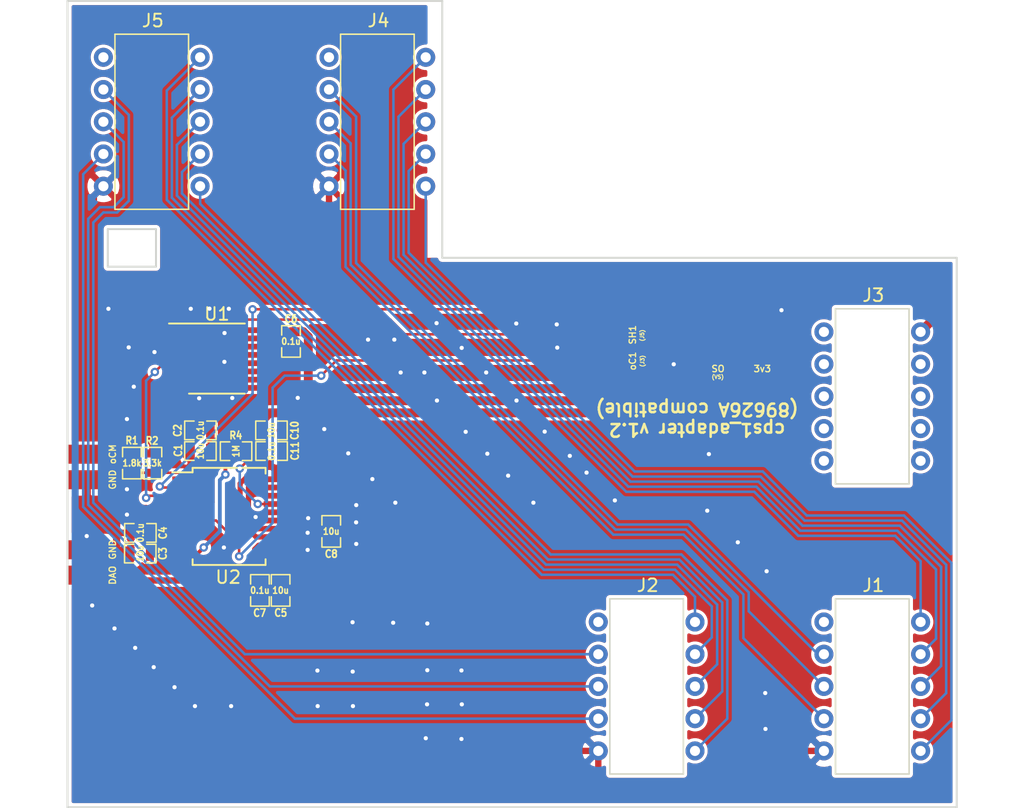
<source format=kicad_pcb>
(kicad_pcb (version 20171130) (host pcbnew 5.1.2+dfsg1-1)
  (layers (0 F.Cu signal) (31 B.Cu signal) (34 B.Paste user) (35 F.Paste user) (36 B.SilkS user) (37 F.SilkS user) (38 B.Mask user) (39 F.Mask user) (44 Edge.Cuts user))
  (net 0 "")
  (net 1 GND)
  (net 2 /DAO)
  (net 3 /DVDD3V3)
  (net 4 /SO)
  (net 5 /oC1)
  (net 6 /SH1)
  (net 7 /oCM)
  (net 8 "Net-(R1-Pad2)")
  (net 9 /VMID)
  (net 10 "Net-(C8-Pad2)")
  (net 11 "Net-(C5-Pad1)")
  (net 12 /DVDD5V)
  (net 13 "Net-(J4-Pad1)")
  (net 14 /B3)
  (net 15 /B0)
  (net 16 /G0)
  (net 17 /B1)
  (net 18 /G1)
  (net 19 /B2)
  (net 20 /G2)
  (net 21 /G3)
  (net 22 "Net-(J1-Pad1)")
  (net 23 "Net-(J2-Pad1)")
  (net 24 /R3)
  (net 25 /R0)
  (net 26 /F0)
  (net 27 /R1)
  (net 28 /F1)
  (net 29 /R2)
  (net 30 /F2)
  (net 31 /F3)
  (net 32 "Net-(J3-Pad5)")
  (net 33 "Net-(J3-Pad9)")
  (net 34 "Net-(J3-Pad4)")
  (net 35 "Net-(J3-Pad8)")
  (net 36 "Net-(J3-Pad3)")
  (net 37 "Net-(J3-Pad7)")
  (net 38 "Net-(J3-Pad2)")
  (net 39 "Net-(J3-Pad6)")
  (net 40 "Net-(J3-Pad1)")
  (net 41 "Net-(J5-Pad1)")
  (net 42 /LRCLK)
  (net 43 "Net-(U1-Pad6)")
  (net 44 "Net-(U1-Pad7)")
  (net 45 "Net-(U1-Pad9)")
  (net 46 "Net-(U2-Pad7)")
  (net 47 "Net-(U2-Pad9)")
  (net 48 "Net-(U2-Pad15)")
  (net 49 "Net-(U2-Pad18)")
  (module Package_SO:SSOP-20_5.3x7.2mm_P0.65mm (layer F.Cu) (at 53.35 71.68)
    (fp_text reference U2 (at -0.07 4.79 180) (layer F.SilkS))
    (fp_text value WM8782)
    (pad 1 smd rect (at -3.6 -2.925) (size 1.75 0.45) (layers F.Cu F.Paste F.Mask) (net 8 "Net-(R1-Pad2)"))
    (pad 2 smd rect (at -3.6 -2.275) (size 1.75 0.45) (layers F.Cu F.Paste F.Mask) (net 4 /SO))
    (pad 3 smd rect (at -3.6 -1.625) (size 1.75 0.45) (layers F.Cu F.Paste F.Mask) (net 42 /LRCLK))
    (pad 4 smd rect (at -3.6 -0.975) (size 1.75 0.45) (layers F.Cu F.Paste F.Mask) (net 1 GND))
    (pad 5 smd rect (at -3.6 -0.325) (size 1.75 0.45) (layers F.Cu F.Paste F.Mask) (net 3 /DVDD3V3))
    (pad 6 smd rect (at -3.6 0.325) (size 1.75 0.45) (layers F.Cu F.Paste F.Mask) (net 5 /oC1))
    (pad 7 smd rect (at -3.6 0.975) (size 1.75 0.45) (layers F.Cu F.Paste F.Mask) (net 46 "Net-(U2-Pad7)"))
    (pad 8 smd rect (at -3.6 1.625) (size 1.75 0.45) (layers F.Cu F.Paste F.Mask) (net 1 GND))
    (pad 9 smd rect (at -3.6 2.275) (size 1.75 0.45) (layers F.Cu F.Paste F.Mask) (net 47 "Net-(U2-Pad9)"))
    (pad 10 smd rect (at -3.6 2.925) (size 1.75 0.45) (layers F.Cu F.Paste F.Mask) (net 9 /VMID))
    (pad 11 smd rect (at 3.6 2.925) (size 1.75 0.45) (layers F.Cu F.Paste F.Mask) (net 1 GND))
    (pad 12 smd rect (at 3.6 2.275) (size 1.75 0.45) (layers F.Cu F.Paste F.Mask) (net 11 "Net-(C5-Pad1)"))
    (pad 13 smd rect (at 3.6 1.625) (size 1.75 0.45) (layers F.Cu F.Paste F.Mask) (net 12 /DVDD5V))
    (pad 14 smd rect (at 3.6 0.975) (size 1.75 0.45) (layers F.Cu F.Paste F.Mask) (net 1 GND))
    (pad 15 smd rect (at 3.6 0.325) (size 1.75 0.45) (layers F.Cu F.Paste F.Mask) (net 48 "Net-(U2-Pad15)"))
    (pad 16 smd rect (at 3.6 -0.325) (size 1.75 0.45) (layers F.Cu F.Paste F.Mask) (net 48 "Net-(U2-Pad15)"))
    (pad 17 smd rect (at 3.6 -0.975) (size 1.75 0.45) (layers F.Cu F.Paste F.Mask) (net 10 "Net-(C8-Pad2)"))
    (pad 18 smd rect (at 3.6 -1.625) (size 1.75 0.45) (layers F.Cu F.Paste F.Mask) (net 49 "Net-(U2-Pad18)"))
    (pad 19 smd rect (at 3.6 -2.275) (size 1.75 0.45) (layers F.Cu F.Paste F.Mask) (net 49 "Net-(U2-Pad18)"))
    (pad 20 smd rect (at 3.6 -2.925) (size 1.75 0.45) (layers F.Cu F.Paste F.Mask) (net 1 GND))
  )
  (module Package_SO:TSSOP-16_4.4x5mm_P0.65mm (layer F.Cu) (at 52.39 59.28)
    (fp_text reference U1 (at 0 -3.55) (layer F.SilkS))
    (fp_text value 74LVC112)
    (pad 1 smd rect (at -2.95 -2.275) (size 1.5 0.45) (layers F.Cu F.Paste F.Mask) (net 6 /SH1))
    (pad 2 smd rect (at -2.95 -1.625) (size 1.5 0.45) (layers F.Cu F.Paste F.Mask) (net 3 /DVDD3V3))
    (pad 3 smd rect (at -2.95 -0.975) (size 1.5 0.45) (layers F.Cu F.Paste F.Mask) (net 3 /DVDD3V3))
    (pad 4 smd rect (at -2.95 -0.325) (size 1.5 0.45) (layers F.Cu F.Paste F.Mask) (net 3 /DVDD3V3))
    (pad 5 smd rect (at -2.95 0.325) (size 1.5 0.45) (layers F.Cu F.Paste F.Mask) (net 42 /LRCLK))
    (pad 6 smd rect (at -2.95 0.975) (size 1.5 0.45) (layers F.Cu F.Paste F.Mask) (net 43 "Net-(U1-Pad6)"))
    (pad 7 smd rect (at -2.95 1.625) (size 1.5 0.45) (layers F.Cu F.Paste F.Mask) (net 44 "Net-(U1-Pad7)"))
    (pad 8 smd rect (at -2.95 2.275) (size 1.5 0.45) (layers F.Cu F.Paste F.Mask) (net 1 GND))
    (pad 9 smd rect (at 2.95 2.275) (size 1.5 0.45) (layers F.Cu F.Paste F.Mask) (net 45 "Net-(U1-Pad9)"))
    (pad 10 smd rect (at 2.95 1.625) (size 1.5 0.45) (layers F.Cu F.Paste F.Mask) (net 3 /DVDD3V3))
    (pad 11 smd rect (at 2.95 0.975) (size 1.5 0.45) (layers F.Cu F.Paste F.Mask) (net 1 GND))
    (pad 12 smd rect (at 2.95 0.325) (size 1.5 0.45) (layers F.Cu F.Paste F.Mask) (net 1 GND))
    (pad 13 smd rect (at 2.95 -0.325) (size 1.5 0.45) (layers F.Cu F.Paste F.Mask) (net 1 GND))
    (pad 14 smd rect (at 2.95 -0.975) (size 1.5 0.45) (layers F.Cu F.Paste F.Mask) (net 1 GND))
    (pad 15 smd rect (at 2.95 -1.625) (size 1.5 0.45) (layers F.Cu F.Paste F.Mask) (net 3 /DVDD3V3))
    (pad 16 smd rect (at 2.95 -2.275) (size 1.5 0.45) (layers F.Cu F.Paste F.Mask) (net 3 /DVDD3V3))
  )
  (module custom_components:HLE-105-02-G-DV-PE (layer F.Cu) (at 43.445 35.5)
    (fp_text reference J5 (at 3.89636 -2.88798) (layer F.SilkS))
    (fp_text value Conn_02x05_Counter_Clockwise)
    (pad 1 thru_hole circle (at 0 0) (size 1.5 1.5) (drill 0.8) (layers *.Cu *.Mask) (net 41 "Net-(J5-Pad1)"))
    (pad 6 thru_hole circle (at 7.62 10.16) (size 1.5 1.5) (drill 0.8) (layers *.Cu *.Mask) (net 24 /R3))
    (pad 2 thru_hole circle (at 0 2.54) (size 1.5 1.5) (drill 0.8) (layers *.Cu *.Mask) (net 25 /R0))
    (pad 7 thru_hole circle (at 7.62 7.62) (size 1.5 1.5) (drill 0.8) (layers *.Cu *.Mask) (net 26 /F0))
    (pad 3 thru_hole circle (at 0 5.08) (size 1.5 1.5) (drill 0.8) (layers *.Cu *.Mask) (net 27 /R1))
    (pad 8 thru_hole circle (at 7.62 5.08) (size 1.5 1.5) (drill 0.8) (layers *.Cu *.Mask) (net 28 /F1))
    (pad 4 thru_hole circle (at 0 7.62) (size 1.5 1.5) (drill 0.8) (layers *.Cu *.Mask) (net 29 /R2))
    (pad 9 thru_hole circle (at 7.62 2.54) (size 1.5 1.5) (drill 0.8) (layers *.Cu *.Mask) (net 30 /F2))
    (pad 5 thru_hole circle (at 0 10.16) (size 1.5 1.5) (drill 0.8) (layers *.Cu *.Mask) (net 1 GND))
    (pad 10 thru_hole circle (at 7.62 0) (size 1.5 1.5) (drill 0.8) (layers *.Cu *.Mask) (net 31 /F3))
  )
  (module custom_components:HLE-105-02-G-DV-PE (layer F.Cu) (at 100.225 57.14)
    (fp_text reference J3 (at 3.89636 -2.88798) (layer F.SilkS))
    (fp_text value Conn_02x05_Counter_Clockwise)
    (pad 10 thru_hole circle (at 7.62 0) (size 1.5 1.5) (drill 0.8) (layers *.Cu *.Mask) (net 12 /DVDD5V))
    (pad 5 thru_hole circle (at 0 10.16) (size 1.5 1.5) (drill 0.8) (layers *.Cu *.Mask) (net 32 "Net-(J3-Pad5)"))
    (pad 9 thru_hole circle (at 7.62 2.54) (size 1.5 1.5) (drill 0.8) (layers *.Cu *.Mask) (net 33 "Net-(J3-Pad9)"))
    (pad 4 thru_hole circle (at 0 7.62) (size 1.5 1.5) (drill 0.8) (layers *.Cu *.Mask) (net 34 "Net-(J3-Pad4)"))
    (pad 8 thru_hole circle (at 7.62 5.08) (size 1.5 1.5) (drill 0.8) (layers *.Cu *.Mask) (net 35 "Net-(J3-Pad8)"))
    (pad 3 thru_hole circle (at 0 5.08) (size 1.5 1.5) (drill 0.8) (layers *.Cu *.Mask) (net 36 "Net-(J3-Pad3)"))
    (pad 7 thru_hole circle (at 7.62 7.62) (size 1.5 1.5) (drill 0.8) (layers *.Cu *.Mask) (net 37 "Net-(J3-Pad7)"))
    (pad 2 thru_hole circle (at 0 2.54) (size 1.5 1.5) (drill 0.8) (layers *.Cu *.Mask) (net 38 "Net-(J3-Pad2)"))
    (pad 6 thru_hole circle (at 7.62 10.16) (size 1.5 1.5) (drill 0.8) (layers *.Cu *.Mask) (net 39 "Net-(J3-Pad6)"))
    (pad 1 thru_hole circle (at 0 0) (size 1.5 1.5) (drill 0.8) (layers *.Cu *.Mask) (net 40 "Net-(J3-Pad1)"))
  )
  (module custom_components:HLE-105-02-G-DV-PE (layer F.Cu) (at 82.445 80)
    (fp_text reference J2 (at 3.89636 -2.88798) (layer F.SilkS))
    (fp_text value Conn_02x05_Counter_Clockwise)
    (pad 1 thru_hole circle (at 0 0) (size 1.5 1.5) (drill 0.8) (layers *.Cu *.Mask) (net 23 "Net-(J2-Pad1)"))
    (pad 6 thru_hole circle (at 7.62 10.16) (size 1.5 1.5) (drill 0.8) (layers *.Cu *.Mask) (net 24 /R3))
    (pad 2 thru_hole circle (at 0 2.54) (size 1.5 1.5) (drill 0.8) (layers *.Cu *.Mask) (net 25 /R0))
    (pad 7 thru_hole circle (at 7.62 7.62) (size 1.5 1.5) (drill 0.8) (layers *.Cu *.Mask) (net 26 /F0))
    (pad 3 thru_hole circle (at 0 5.08) (size 1.5 1.5) (drill 0.8) (layers *.Cu *.Mask) (net 27 /R1))
    (pad 8 thru_hole circle (at 7.62 5.08) (size 1.5 1.5) (drill 0.8) (layers *.Cu *.Mask) (net 28 /F1))
    (pad 4 thru_hole circle (at 0 7.62) (size 1.5 1.5) (drill 0.8) (layers *.Cu *.Mask) (net 29 /R2))
    (pad 9 thru_hole circle (at 7.62 2.54) (size 1.5 1.5) (drill 0.8) (layers *.Cu *.Mask) (net 30 /F2))
    (pad 5 thru_hole circle (at 0 10.16) (size 1.5 1.5) (drill 0.8) (layers *.Cu *.Mask) (net 1 GND))
    (pad 10 thru_hole circle (at 7.62 0) (size 1.5 1.5) (drill 0.8) (layers *.Cu *.Mask) (net 31 /F3))
  )
  (module custom_components:HLE-105-02-G-DV-PE (layer F.Cu) (at 100.225 80)
    (fp_text reference J1 (at 3.89636 -2.88798) (layer F.SilkS))
    (fp_text value Conn_02x05_Counter_Clockwise)
    (pad 10 thru_hole circle (at 7.62 0) (size 1.5 1.5) (drill 0.8) (layers *.Cu *.Mask) (net 21 /G3))
    (pad 5 thru_hole circle (at 0 10.16) (size 1.5 1.5) (drill 0.8) (layers *.Cu *.Mask) (net 1 GND))
    (pad 9 thru_hole circle (at 7.62 2.54) (size 1.5 1.5) (drill 0.8) (layers *.Cu *.Mask) (net 20 /G2))
    (pad 4 thru_hole circle (at 0 7.62) (size 1.5 1.5) (drill 0.8) (layers *.Cu *.Mask) (net 19 /B2))
    (pad 8 thru_hole circle (at 7.62 5.08) (size 1.5 1.5) (drill 0.8) (layers *.Cu *.Mask) (net 18 /G1))
    (pad 3 thru_hole circle (at 0 5.08) (size 1.5 1.5) (drill 0.8) (layers *.Cu *.Mask) (net 17 /B1))
    (pad 7 thru_hole circle (at 7.62 7.62) (size 1.5 1.5) (drill 0.8) (layers *.Cu *.Mask) (net 16 /G0))
    (pad 2 thru_hole circle (at 0 2.54) (size 1.5 1.5) (drill 0.8) (layers *.Cu *.Mask) (net 15 /B0))
    (pad 6 thru_hole circle (at 7.62 10.16) (size 1.5 1.5) (drill 0.8) (layers *.Cu *.Mask) (net 14 /B3))
    (pad 1 thru_hole circle (at 0 0) (size 1.5 1.5) (drill 0.8) (layers *.Cu *.Mask) (net 22 "Net-(J1-Pad1)"))
  )
  (module custom_components:HLE-105-02-G-DV-PE (layer F.Cu) (at 61.225 35.5)
    (fp_text reference J4 (at 3.89636 -2.88798) (layer F.SilkS))
    (fp_text value Conn_02x05_Counter_Clockwise)
    (pad 1 thru_hole circle (at 0 0) (size 1.5 1.5) (drill 0.8) (layers *.Cu *.Mask) (net 13 "Net-(J4-Pad1)"))
    (pad 6 thru_hole circle (at 7.62 10.16) (size 1.5 1.5) (drill 0.8) (layers *.Cu *.Mask) (net 14 /B3))
    (pad 2 thru_hole circle (at 0 2.54) (size 1.5 1.5) (drill 0.8) (layers *.Cu *.Mask) (net 15 /B0))
    (pad 7 thru_hole circle (at 7.62 7.62) (size 1.5 1.5) (drill 0.8) (layers *.Cu *.Mask) (net 16 /G0))
    (pad 3 thru_hole circle (at 0 5.08) (size 1.5 1.5) (drill 0.8) (layers *.Cu *.Mask) (net 17 /B1))
    (pad 8 thru_hole circle (at 7.62 5.08) (size 1.5 1.5) (drill 0.8) (layers *.Cu *.Mask) (net 18 /G1))
    (pad 4 thru_hole circle (at 0 7.62) (size 1.5 1.5) (drill 0.8) (layers *.Cu *.Mask) (net 19 /B2))
    (pad 9 thru_hole circle (at 7.62 2.54) (size 1.5 1.5) (drill 0.8) (layers *.Cu *.Mask) (net 20 /G2))
    (pad 5 thru_hole circle (at 0 10.16) (size 1.5 1.5) (drill 0.8) (layers *.Cu *.Mask) (net 1 GND))
    (pad 10 thru_hole circle (at 7.62 0) (size 1.5 1.5) (drill 0.8) (layers *.Cu *.Mask) (net 21 /G3))
  )
  (module custom_components:SM0603_Capa_libcms (layer F.Cu) (at 51.09 64.9 180)
    (fp_text reference C2 (at 1.79 -0.01 270) (layer F.SilkS) (effects (font (size 0.5842 0.508) (thickness 0.127))))
    (fp_text value 0.1u (at 0 0 270) (layer F.SilkS) (effects (font (size 0.508 0.4572) (thickness 0.1143))))
    (pad 1 smd rect (at -0.762 0 180) (size 0.635 1.143) (layers F.Cu F.Paste F.Mask) (net 3 /DVDD3V3))
    (pad 2 smd rect (at 0.762 0 180) (size 0.635 1.143) (layers F.Cu F.Paste F.Mask) (net 1 GND))
  )
  (module custom_components:SM0603_Capa_libcms (layer F.Cu) (at 46.35 74.61 180)
    (fp_text reference C3 (at -1.778 0 270) (layer F.SilkS) (effects (font (size 0.5842 0.508) (thickness 0.127))))
    (fp_text value 10u (at 0 0 270) (layer F.SilkS) (effects (font (size 0.508 0.4572) (thickness 0.1143))))
    (pad 2 smd rect (at 0.762 0 180) (size 0.635 1.143) (layers F.Cu F.Paste F.Mask) (net 1 GND))
    (pad 1 smd rect (at -0.762 0 180) (size 0.635 1.143) (layers F.Cu F.Paste F.Mask) (net 9 /VMID))
  )
  (module custom_components:SM0603_Capa_libcms (layer F.Cu) (at 46.36 72.98 180)
    (fp_text reference C4 (at -1.778 0 270) (layer F.SilkS) (effects (font (size 0.5842 0.508) (thickness 0.127))))
    (fp_text value 0.1u (at 0 0 270) (layer F.SilkS) (effects (font (size 0.508 0.4572) (thickness 0.1143))))
    (pad 1 smd rect (at -0.762 0 180) (size 0.635 1.143) (layers F.Cu F.Paste F.Mask) (net 9 /VMID))
    (pad 2 smd rect (at 0.762 0 180) (size 0.635 1.143) (layers F.Cu F.Paste F.Mask) (net 1 GND))
  )
  (module custom_components:SM0603_Capa_libcms (layer F.Cu) (at 57.41 77.51 270)
    (fp_text reference C5 (at 1.77 -0.01) (layer F.SilkS) (effects (font (size 0.5842 0.508) (thickness 0.127))))
    (fp_text value 10u (at 0 0) (layer F.SilkS) (effects (font (size 0.508 0.4572) (thickness 0.1143))))
    (pad 1 smd rect (at -0.762 0 270) (size 0.635 1.143) (layers F.Cu F.Paste F.Mask) (net 11 "Net-(C5-Pad1)"))
    (pad 2 smd rect (at 0.762 0 270) (size 0.635 1.143) (layers F.Cu F.Paste F.Mask) (net 1 GND))
  )
  (module custom_components:SM0603_Capa_libcms (layer F.Cu) (at 56.7 66.53)
    (fp_text reference C11 (at 1.84 -0.01 90) (layer F.SilkS) (effects (font (size 0.5842 0.508) (thickness 0.127))))
    (fp_text value 0.1u (at 0 0 90) (layer F.SilkS) (effects (font (size 0.508 0.4572) (thickness 0.1143))))
    (pad 1 smd rect (at -0.762 0) (size 0.635 1.143) (layers F.Cu F.Paste F.Mask) (net 12 /DVDD5V))
    (pad 2 smd rect (at 0.762 0) (size 0.635 1.143) (layers F.Cu F.Paste F.Mask) (net 1 GND))
  )
  (module custom_components:SM0603_Capa_libcms (layer F.Cu) (at 56.69 64.9)
    (fp_text reference C10 (at 1.83 0.01 90) (layer F.SilkS) (effects (font (size 0.5842 0.508) (thickness 0.127))))
    (fp_text value 10u (at 0 0 90) (layer F.SilkS) (effects (font (size 0.508 0.4572) (thickness 0.1143))))
    (pad 2 smd rect (at 0.762 0) (size 0.635 1.143) (layers F.Cu F.Paste F.Mask) (net 1 GND))
    (pad 1 smd rect (at -0.762 0) (size 0.635 1.143) (layers F.Cu F.Paste F.Mask) (net 12 /DVDD5V))
  )
  (module custom_components:SM0603_Capa_libcms (layer F.Cu) (at 61.4 72.86 90)
    (fp_text reference C8 (at -1.778 0) (layer F.SilkS) (effects (font (size 0.5842 0.508) (thickness 0.127))))
    (fp_text value 10u (at 0 0) (layer F.SilkS) (effects (font (size 0.508 0.4572) (thickness 0.1143))))
    (pad 2 smd rect (at 0.762 0 90) (size 0.635 1.143) (layers F.Cu F.Paste F.Mask) (net 10 "Net-(C8-Pad2)"))
    (pad 1 smd rect (at -0.762 0 90) (size 0.635 1.143) (layers F.Cu F.Paste F.Mask) (net 2 /DAO))
  )
  (module custom_components:SM0603_Capa_libcms (layer F.Cu) (at 55.78 77.51 270)
    (fp_text reference C7 (at 1.78 0.02) (layer F.SilkS) (effects (font (size 0.5842 0.508) (thickness 0.127))))
    (fp_text value 0.1u (at 0 0) (layer F.SilkS) (effects (font (size 0.508 0.4572) (thickness 0.1143))))
    (pad 1 smd rect (at -0.762 0 270) (size 0.635 1.143) (layers F.Cu F.Paste F.Mask) (net 11 "Net-(C5-Pad1)"))
    (pad 2 smd rect (at 0.762 0 270) (size 0.635 1.143) (layers F.Cu F.Paste F.Mask) (net 1 GND))
  )
  (module custom_components:SM0603_Capa_libcms (layer F.Cu) (at 58.23 57.89 270)
    (fp_text reference C6 (at -1.778 0) (layer F.SilkS) (effects (font (size 0.5842 0.508) (thickness 0.127))))
    (fp_text value 0.1u (at 0 0) (layer F.SilkS) (effects (font (size 0.508 0.4572) (thickness 0.1143))))
    (pad 2 smd rect (at 0.762 0 270) (size 0.635 1.143) (layers F.Cu F.Paste F.Mask) (net 1 GND))
    (pad 1 smd rect (at -0.762 0 270) (size 0.635 1.143) (layers F.Cu F.Paste F.Mask) (net 3 /DVDD3V3))
  )
  (module custom_components:SM0603_Capa_libcms (layer F.Cu) (at 51.09 66.53 180)
    (fp_text reference C1 (at 1.75 0.05 270) (layer F.SilkS) (effects (font (size 0.5842 0.508) (thickness 0.127))))
    (fp_text value 10u (at 0 0 270) (layer F.SilkS) (effects (font (size 0.508 0.4572) (thickness 0.1143))))
    (pad 1 smd rect (at -0.762 0 180) (size 0.635 1.143) (layers F.Cu F.Paste F.Mask) (net 3 /DVDD3V3))
    (pad 2 smd rect (at 0.762 0 180) (size 0.635 1.143) (layers F.Cu F.Paste F.Mask) (net 1 GND))
  )
  (module custom_components:SM0603_Resistor_libcms (layer F.Cu) (at 53.9 66.54)
    (fp_text reference R4 (at -0.02 -1.24 180) (layer F.SilkS) (effects (font (size 0.5842 0.508) (thickness 0.127))))
    (fp_text value 1M (at 0 0 90) (layer F.SilkS) (effects (font (size 0.508 0.4572) (thickness 0.1143))))
    (pad 1 smd rect (at -0.762 0) (size 0.635 1.143) (layers F.Cu F.Paste F.Mask) (net 9 /VMID))
    (pad 2 smd rect (at 0.762 0) (size 0.635 1.143) (layers F.Cu F.Paste F.Mask) (net 10 "Net-(C8-Pad2)"))
  )
  (module custom_components:SM0603_Resistor_libcms (layer F.Cu) (at 47.31 67.48 90)
    (fp_text reference R2 (at 1.76 -0.03 180) (layer F.SilkS) (effects (font (size 0.5842 0.508) (thickness 0.127))))
    (fp_text value 3.3k (at 0 0 180) (layer F.SilkS) (effects (font (size 0.508 0.4572) (thickness 0.1143))))
    (pad 1 smd rect (at -0.762 0 90) (size 0.635 1.143) (layers F.Cu F.Paste F.Mask) (net 8 "Net-(R1-Pad2)"))
    (pad 2 smd rect (at 0.762 0 90) (size 0.635 1.143) (layers F.Cu F.Paste F.Mask) (net 1 GND))
  )
  (module custom_components:SM0603_Resistor_libcms (layer F.Cu) (at 45.69 67.48 270)
    (fp_text reference R1 (at -1.778 0) (layer F.SilkS) (effects (font (size 0.5842 0.508) (thickness 0.127))))
    (fp_text value 1.8k (at 0 0) (layer F.SilkS) (effects (font (size 0.508 0.4572) (thickness 0.1143))))
    (pad 2 smd rect (at 0.762 0 270) (size 0.635 1.143) (layers F.Cu F.Paste F.Mask) (net 8 "Net-(R1-Pad2)"))
    (pad 1 smd rect (at -0.762 0 270) (size 0.635 1.143) (layers F.Cu F.Paste F.Mask) (net 7 /oCM))
  )
  (module custom_components:SMD_PAD (layer F.Cu) (at 42.2 66.78)
    (fp_text reference TP9 hide)
    (fp_text value oCM (at 1.97 0 90) (layer F.SilkS) (effects (font (size 0.508 0.508) (thickness 0.1))))
    (pad 1 smd rect (at 0 0) (size 3 1.5) (layers F.Cu F.Mask) (net 7 /oCM))
  )
  (module custom_components:SMD_PAD (layer F.Cu) (at 42.2 68.79)
    (fp_text reference TP8 hide)
    (fp_text value GND (at 1.97 -0.01 90) (layer F.SilkS) (effects (font (size 0.508 0.508) (thickness 0.1))))
    (pad 1 smd rect (at 0 0) (size 3 1.5) (layers F.Cu F.Mask) (net 1 GND))
  )
  (module custom_components:SMD_PAD (layer F.Cu) (at 83.18 57.33)
    (fp_text reference TP7 hide)
    (fp_text value SH1 (at 1.97 0.04 90) (layer F.SilkS) (effects (font (size 0.508 0.508) (thickness 0.1))))
    (pad 1 smd rect (at 0 0) (size 3 1.5) (layers F.Cu F.Mask) (net 6 /SH1))
  )
  (module custom_components:SMD_PAD (layer F.Cu) (at 83.18 59.39)
    (fp_text reference TP6 hide)
    (fp_text value oC1 (at 1.97 0.05 90) (layer F.SilkS) (effects (font (size 0.508 0.508) (thickness 0.1))))
    (pad 1 smd rect (at 0 0) (size 3 1.5) (layers F.Cu F.Mask) (net 5 /oC1))
  )
  (module custom_components:SMD_PAD (layer F.Cu) (at 91.9 58.08 270)
    (fp_text reference TP4 hide)
    (fp_text value SO (at 1.97 0.02) (layer F.SilkS) (effects (font (size 0.508 0.508) (thickness 0.1))))
    (pad 1 smd rect (at 0 0 270) (size 3 1.5) (layers F.Cu F.Mask) (net 4 /SO))
  )
  (module custom_components:SMD_PAD (layer F.Cu) (at 95.41 58.08 270)
    (fp_text reference TP3 hide)
    (fp_text value 3v3 (at 1.97 0.04) (layer F.SilkS) (effects (font (size 0.508 0.508) (thickness 0.1))))
    (pad 1 smd rect (at 0 0 270) (size 3 1.5) (layers F.Cu F.Mask) (net 3 /DVDD3V3))
  )
  (module custom_components:SMD_PAD (layer F.Cu) (at 42.2 76.31)
    (fp_text reference TP2 hide)
    (fp_text value DAO (at 1.97 0.01 90) (layer F.SilkS) (effects (font (size 0.508 0.508) (thickness 0.1))))
    (pad 1 smd rect (at 0 0) (size 3 1.5) (layers F.Cu F.Mask) (net 2 /DAO))
  )
  (module custom_components:SMD_PAD (layer F.Cu) (at 42.2 74.31)
    (fp_text reference TP1 hide)
    (fp_text value GND (at 1.97 -0.01 90) (layer F.SilkS) (effects (font (size 0.508 0.508) (thickness 0.1))))
    (pad 1 smd rect (at 0 0) (size 3 1.5) (layers F.Cu F.Mask) (net 1 GND))
  )
  (gr_text "(J5)" (at 85.9 57.42 90) (layer F.SilkS) (effects (font (size 0.3 0.3) (thickness 0.075))))
  (gr_text "(J3)" (at 85.92 59.44 90) (layer F.SilkS) (effects (font (size 0.3 0.3) (thickness 0.075))))
  (gr_text "(VS)" (at 91.86 60.69) (layer F.SilkS) (effects (font (size 0.3 0.3) (thickness 0.075))))
  (gr_line (start 70.15 51.3) (end 110.69 51.3) (layer Edge.Cuts) (width 0.15))
  (gr_line (start 70.15 31.06) (end 70.15 51.3) (layer Edge.Cuts) (width 0.15))
  (gr_line (start 43.79 52) (end 43.79 49.04) (layer Edge.Cuts) (width 0.15))
  (gr_line (start 47.59 52) (end 43.79 52) (layer Edge.Cuts) (width 0.15))
  (gr_line (start 47.59 49.04) (end 47.59 52) (layer Edge.Cuts) (width 0.15))
  (gr_line (start 43.79 49.04) (end 47.59 49.04) (layer Edge.Cuts) (width 0.15))
  (gr_text "cps1_adapter v1.2\n(89626A compatible)" (at 90.23 64.05 180) (layer F.SilkS) (effects (font (size 1 1) (thickness 0.2))))
  (gr_line (start 101.14 69.12) (end 101.14 55.32) (layer Edge.Cuts) (width 0.1))
  (gr_line (start 106.93 69.12) (end 101.14 69.12) (layer Edge.Cuts) (width 0.1))
  (gr_line (start 106.93 55.32) (end 106.93 69.12) (layer Edge.Cuts) (width 0.1))
  (gr_line (start 101.14 55.32) (end 106.93 55.32) (layer Edge.Cuts) (width 0.1))
  (gr_line (start 101.14 91.98) (end 101.14 78.18) (layer Edge.Cuts) (width 0.1))
  (gr_line (start 106.94 91.98) (end 101.14 91.98) (layer Edge.Cuts) (width 0.1))
  (gr_line (start 106.94 78.18) (end 106.94 91.98) (layer Edge.Cuts) (width 0.1))
  (gr_line (start 101.14 78.18) (end 106.94 78.18) (layer Edge.Cuts) (width 0.1))
  (gr_line (start 83.36 91.98) (end 83.36 78.18) (layer Edge.Cuts) (width 0.1))
  (gr_line (start 89.15 91.98) (end 83.36 91.98) (layer Edge.Cuts) (width 0.1))
  (gr_line (start 89.15 78.18) (end 89.15 91.98) (layer Edge.Cuts) (width 0.1))
  (gr_line (start 83.36 78.18) (end 89.15 78.18) (layer Edge.Cuts) (width 0.1))
  (gr_line (start 40.616 31.06) (end 70.15 31.06) (layer Edge.Cuts) (width 0.15))
  (gr_line (start 40.616 94.6) (end 40.616 31.06) (layer Edge.Cuts) (width 0.15))
  (gr_line (start 110.69 94.6) (end 40.616 94.6) (layer Edge.Cuts) (width 0.15))
  (gr_line (start 110.69 51.3) (end 110.69 94.6) (layer Edge.Cuts) (width 0.15))
  (segment (start 45.288 74.31) (end 45.588 74.61) (width 0.5) (layer F.Cu) (net 1))
  (segment (start 42.2 74.31) (end 45.288 74.31) (width 0.5) (layer F.Cu) (net 1))
  (segment (start 45.588 72.99) (end 45.598 72.98) (width 0.5) (layer F.Cu) (net 1))
  (segment (start 45.588 74.61) (end 45.588 72.99) (width 0.5) (layer F.Cu) (net 1))
  (segment (start 45.588 74.864) (end 45.59 74.866) (width 0.5) (layer F.Cu) (net 1))
  (segment (start 45.588 74.61) (end 45.588 74.864) (width 0.5) (layer F.Cu) (net 1))
  (via (at 45.3 69.54) (size 0.66) (drill 0.33) (layers F.Cu B.Cu) (net 1))
  (segment (start 42.2 68.79) (end 44.55 68.79) (width 0.2) (layer F.Cu) (net 1))
  (segment (start 44.55 68.79) (end 45.3 69.54) (width 0.2) (layer F.Cu) (net 1))
  (via (at 45.3 71.54) (size 0.66) (drill 0.33) (layers F.Cu B.Cu) (net 1))
  (segment (start 45.3 69.54) (end 45.3 71.54) (width 0.2) (layer B.Cu) (net 1))
  (segment (start 45.3 72.682) (end 45.598 72.98) (width 0.2) (layer F.Cu) (net 1))
  (segment (start 45.3 71.54) (end 45.3 72.682) (width 0.2) (layer F.Cu) (net 1))
  (segment (start 45.857611 70.870025) (end 46.830025 70.870025) (width 0.2) (layer F.Cu) (net 1))
  (segment (start 45.3 71.54) (end 45.3 71.427636) (width 0.2) (layer F.Cu) (net 1))
  (segment (start 45.3 71.427636) (end 45.857611 70.870025) (width 0.2) (layer F.Cu) (net 1))
  (segment (start 46.830025 70.870025) (end 47.1 71.14) (width 0.2) (layer F.Cu) (net 1))
  (segment (start 47.1 71.14) (end 48.19 71.14) (width 0.2) (layer F.Cu) (net 1))
  (segment (start 48.625 70.705) (end 49.75 70.705) (width 0.2) (layer F.Cu) (net 1))
  (segment (start 48.19 71.14) (end 48.625 70.705) (width 0.2) (layer F.Cu) (net 1))
  (segment (start 51.025 70.705) (end 51.41 70.32) (width 0.4) (layer F.Cu) (net 1))
  (segment (start 49.75 70.705) (end 51.025 70.705) (width 0.4) (layer F.Cu) (net 1))
  (segment (start 51.41 70.32) (end 51.41 68.44) (width 0.4) (layer F.Cu) (net 1))
  (segment (start 49.688 66.718) (end 47.31 66.718) (width 0.4) (layer F.Cu) (net 1))
  (segment (start 51.41 68.44) (end 49.688 66.718) (width 0.4) (layer F.Cu) (net 1))
  (segment (start 57.1415 58.305) (end 55.34 58.305) (width 0.4) (layer F.Cu) (net 1))
  (segment (start 58.46 58.652) (end 57.4885 58.652) (width 0.4) (layer F.Cu) (net 1))
  (segment (start 57.4885 58.652) (end 57.1415 58.305) (width 0.4) (layer F.Cu) (net 1))
  (segment (start 58.157 58.955) (end 58.46 58.652) (width 0.4) (layer F.Cu) (net 1))
  (segment (start 57.16 59.605) (end 57.81 58.955) (width 0.4) (layer F.Cu) (net 1))
  (segment (start 55.34 59.605) (end 57.16 59.605) (width 0.4) (layer F.Cu) (net 1))
  (segment (start 55.34 58.955) (end 57.81 58.955) (width 0.4) (layer F.Cu) (net 1))
  (segment (start 57.81 58.955) (end 58.157 58.955) (width 0.4) (layer F.Cu) (net 1))
  (segment (start 55.34 60.255) (end 57.165 60.255) (width 0.4) (layer F.Cu) (net 1))
  (segment (start 58.206 58.652) (end 58.46 58.652) (width 0.4) (layer F.Cu) (net 1))
  (segment (start 57.165 59.693) (end 58.206 58.652) (width 0.4) (layer F.Cu) (net 1))
  (segment (start 57.165 60.255) (end 57.165 59.693) (width 0.4) (layer F.Cu) (net 1))
  (segment (start 51.645 73.305) (end 49.75 73.305) (width 0.4) (layer F.Cu) (net 1))
  (segment (start 45.588 75.5815) (end 46.0765 76.07) (width 0.4) (layer F.Cu) (net 1))
  (segment (start 46.0765 76.07) (end 51.63 76.07) (width 0.4) (layer F.Cu) (net 1))
  (segment (start 51.63 76.07) (end 52.16 75.54) (width 0.4) (layer F.Cu) (net 1))
  (segment (start 45.588 74.61) (end 45.588 75.5815) (width 0.4) (layer F.Cu) (net 1))
  (segment (start 52.16 73.82) (end 51.645 73.305) (width 0.4) (layer F.Cu) (net 1))
  (segment (start 49.876 66.53) (end 49.688 66.718) (width 0.4) (layer F.Cu) (net 1))
  (segment (start 50.328 66.53) (end 49.876 66.53) (width 0.4) (layer F.Cu) (net 1))
  (segment (start 50.328 66.53) (end 50.328 64.9) (width 0.4) (layer F.Cu) (net 1))
  (via (at 45.3 64.01) (size 0.66) (drill 0.33) (layers F.Cu B.Cu) (net 1))
  (segment (start 45.3 64.47669) (end 45.3 69.54) (width 0.4) (layer B.Cu) (net 1))
  (segment (start 45.3 64.01) (end 45.3 64.47669) (width 0.4) (layer B.Cu) (net 1))
  (segment (start 45.3 64.01) (end 47.38 66.09) (width 0.4) (layer F.Cu) (net 1))
  (segment (start 47.38 66.648) (end 47.31 66.718) (width 0.4) (layer F.Cu) (net 1))
  (segment (start 47.38 66.09) (end 47.38 66.648) (width 0.4) (layer F.Cu) (net 1))
  (segment (start 45.3 63.54331) (end 45.11 63.35331) (width 0.2) (layer B.Cu) (net 1))
  (segment (start 45.3 64.01) (end 45.3 63.54331) (width 0.2) (layer B.Cu) (net 1))
  (via (at 45.84 61.46) (size 0.66) (drill 0.33) (layers F.Cu B.Cu) (net 1))
  (segment (start 45.11 63.35331) (end 45.11 62.287598) (width 0.2) (layer B.Cu) (net 1))
  (segment (start 45.84 61.557598) (end 45.84 61.46) (width 0.2) (layer B.Cu) (net 1))
  (segment (start 45.11 62.287598) (end 45.84 61.557598) (width 0.2) (layer B.Cu) (net 1))
  (segment (start 45.84 61.46) (end 47.36 61.46) (width 0.2) (layer F.Cu) (net 1))
  (segment (start 47.455 61.555) (end 49.44 61.555) (width 0.2) (layer F.Cu) (net 1))
  (segment (start 47.36 61.46) (end 47.455 61.555) (width 0.2) (layer F.Cu) (net 1))
  (segment (start 55.675 72.655) (end 54.88 71.86) (width 0.4) (layer F.Cu) (net 1))
  (segment (start 56.95 72.655) (end 55.675 72.655) (width 0.4) (layer F.Cu) (net 1))
  (segment (start 54.88 71.86) (end 54.88 69.37) (width 0.4) (layer F.Cu) (net 1))
  (segment (start 55.495 68.755) (end 56.95 68.755) (width 0.4) (layer F.Cu) (net 1))
  (segment (start 54.88 69.37) (end 55.495 68.755) (width 0.4) (layer F.Cu) (net 1))
  (segment (start 56.95 68.13) (end 57.48 67.6) (width 0.4) (layer F.Cu) (net 1))
  (segment (start 56.95 68.755) (end 56.95 68.13) (width 0.4) (layer F.Cu) (net 1))
  (segment (start 57.462 67.582) (end 57.462 66.53) (width 0.4) (layer F.Cu) (net 1))
  (segment (start 57.48 67.6) (end 57.462 67.582) (width 0.4) (layer F.Cu) (net 1))
  (via (at 55.44 71.73) (size 0.66) (drill 0.33) (layers F.Cu B.Cu) (net 1))
  (segment (start 54.88 71.86) (end 55.31 71.86) (width 0.4) (layer F.Cu) (net 1))
  (segment (start 55.31 71.86) (end 55.44 71.73) (width 0.4) (layer F.Cu) (net 1))
  (via (at 52.94 74.13) (size 0.66) (drill 0.33) (layers F.Cu B.Cu) (net 1))
  (segment (start 55.44 71.73) (end 55.34 71.73) (width 0.4) (layer B.Cu) (net 1))
  (segment (start 55.34 71.73) (end 52.94 74.13) (width 0.4) (layer B.Cu) (net 1))
  (segment (start 52.16 74.15) (end 52.16 73.82) (width 0.4) (layer F.Cu) (net 1))
  (segment (start 52.18 74.13) (end 52.94 74.13) (width 0.4) (layer F.Cu) (net 1))
  (segment (start 52.16 74.15) (end 52.18 74.13) (width 0.4) (layer F.Cu) (net 1))
  (segment (start 55.78 78.272) (end 57.41 78.272) (width 0.4) (layer F.Cu) (net 1))
  (segment (start 57.6 74.605) (end 56.95 74.605) (width 0.4) (layer F.Cu) (net 1))
  (segment (start 58.66 75.665) (end 57.6 74.605) (width 0.4) (layer F.Cu) (net 1))
  (segment (start 57.41 78.272) (end 58.3815 78.272) (width 0.4) (layer F.Cu) (net 1))
  (segment (start 58.3815 78.272) (end 58.66 77.9935) (width 0.4) (layer F.Cu) (net 1))
  (segment (start 54.7085 78.272) (end 52.16 75.7235) (width 0.5) (layer F.Cu) (net 1))
  (segment (start 55.78 78.272) (end 54.7085 78.272) (width 0.5) (layer F.Cu) (net 1))
  (segment (start 52.16 75.7235) (end 52.16 75.31) (width 0.5) (layer F.Cu) (net 1))
  (segment (start 52.16 75.54) (end 52.16 75.31) (width 0.4) (layer F.Cu) (net 1))
  (segment (start 52.16 75.31) (end 52.16 74.15) (width 0.4) (layer F.Cu) (net 1))
  (segment (start 58.66 76.86) (end 59.21 76.86) (width 0.4) (layer F.Cu) (net 1))
  (segment (start 58.66 76.86) (end 58.66 75.665) (width 0.4) (layer F.Cu) (net 1))
  (segment (start 58.66 77.9935) (end 58.66 76.86) (width 0.4) (layer F.Cu) (net 1))
  (segment (start 57.462 64.91) (end 57.452 64.9) (width 0.5) (layer F.Cu) (net 1))
  (segment (start 57.462 66.53) (end 57.462 64.91) (width 0.5) (layer F.Cu) (net 1))
  (segment (start 57.452 64.9) (end 57.452 64.738) (width 0.5) (layer F.Cu) (net 1))
  (segment (start 58.33 58.752) (end 58.23 58.652) (width 0.5) (layer F.Cu) (net 1))
  (segment (start 58.33 60.11) (end 58.33 58.752) (width 0.5) (layer F.Cu) (net 1))
  (via (at 50.99 62.37) (size 0.66) (drill 0.33) (layers F.Cu B.Cu) (net 1))
  (segment (start 46.169999 61.789999) (end 45.84 61.46) (width 0.5) (layer F.Cu) (net 1))
  (segment (start 50.99 62.37) (end 50.660001 62.040001) (width 0.5) (layer F.Cu) (net 1))
  (segment (start 49.925001 62.040001) (end 49.465001 61.580001) (width 0.5) (layer F.Cu) (net 1))
  (segment (start 50.660001 62.040001) (end 49.925001 62.040001) (width 0.5) (layer F.Cu) (net 1))
  (segment (start 49.465001 61.580001) (end 49.414999 61.580001) (width 0.5) (layer F.Cu) (net 1))
  (segment (start 49.414999 61.580001) (end 49.205001 61.789999) (width 0.5) (layer F.Cu) (net 1))
  (segment (start 49.205001 61.789999) (end 46.169999 61.789999) (width 0.5) (layer F.Cu) (net 1))
  (segment (start 54.19 58.955) (end 53.625 59.52) (width 0.4) (layer F.Cu) (net 1))
  (segment (start 55.34 58.955) (end 54.19 58.955) (width 0.4) (layer F.Cu) (net 1))
  (segment (start 53.625 59.52) (end 53 59.52) (width 0.4) (layer F.Cu) (net 1))
  (via (at 52.98 59.5) (size 0.66) (drill 0.33) (layers F.Cu B.Cu) (net 1))
  (segment (start 53 59.52) (end 52.98 59.5) (width 0.4) (layer F.Cu) (net 1))
  (segment (start 52.98 59.5) (end 51.83 59.5) (width 0.4) (layer B.Cu) (net 1))
  (segment (start 50.99 60.34) (end 50.99 62.37) (width 0.4) (layer B.Cu) (net 1))
  (segment (start 51.83 59.5) (end 50.99 60.34) (width 0.4) (layer B.Cu) (net 1))
  (via (at 53.33 55.32) (size 0.66) (drill 0.33) (layers F.Cu B.Cu) (net 1))
  (segment (start 59.33 76.98) (end 59.33 75.78) (width 0.3) (layer F.Cu) (net 1))
  (segment (start 59.33 75.78) (end 59.57 75.54) (width 0.3) (layer F.Cu) (net 1))
  (segment (start 59.57 75.54) (end 59.57 75.49) (width 0.3) (layer F.Cu) (net 1))
  (via (at 59.54 74.32) (size 0.66) (drill 0.33) (layers F.Cu B.Cu) (net 1))
  (segment (start 59.57 74.35) (end 59.54 74.32) (width 0.3) (layer B.Cu) (net 1))
  (via (at 59.54 72.97) (size 0.66) (drill 0.33) (layers F.Cu B.Cu) (net 1))
  (segment (start 59.54 74.32) (end 59.54 72.97) (width 0.3) (layer F.Cu) (net 1))
  (via (at 59.58 71.82) (size 0.66) (drill 0.33) (layers F.Cu B.Cu) (net 1))
  (segment (start 59.54 72.97) (end 59.54 71.86) (width 0.3) (layer B.Cu) (net 1))
  (segment (start 59.54 71.86) (end 59.58 71.82) (width 0.3) (layer B.Cu) (net 1))
  (segment (start 51.81 55.32) (end 51.8 55.31) (width 0.5) (layer F.Cu) (net 1))
  (via (at 51.8 55.31) (size 0.66) (drill 0.33) (layers F.Cu B.Cu) (net 1))
  (segment (start 53.33 55.32) (end 51.81 55.32) (width 0.5) (layer F.Cu) (net 1))
  (via (at 50.33 55.32) (size 0.66) (drill 0.33) (layers F.Cu B.Cu) (net 1))
  (segment (start 51.78 55.33) (end 51.8 55.31) (width 0.5) (layer B.Cu) (net 1))
  (segment (start 50.17 55.33) (end 51.78 55.33) (width 0.5) (layer B.Cu) (net 1))
  (segment (start 49.35 55.32) (end 50.33 55.32) (width 0.5) (layer B.Cu) (net 1))
  (segment (start 52.99 57.23) (end 52.99 59.49) (width 0.3) (layer B.Cu) (net 1))
  (segment (start 52.99 59.49) (end 52.98 59.5) (width 0.3) (layer B.Cu) (net 1))
  (via (at 52.99 57.23) (size 0.66) (drill 0.33) (layers F.Cu B.Cu) (net 1))
  (segment (start 48.42 55.32) (end 50.33 55.32) (width 0.5) (layer B.Cu) (net 1))
  (segment (start 46.29 57.45) (end 48.42 55.32) (width 0.5) (layer B.Cu) (net 1))
  (segment (start 46.02 60.81331) (end 46.02 57.71) (width 0.5) (layer B.Cu) (net 1))
  (segment (start 45.84 61.46) (end 45.84 60.99331) (width 0.5) (layer B.Cu) (net 1))
  (segment (start 45.84 60.99331) (end 46.02 60.81331) (width 0.5) (layer B.Cu) (net 1))
  (segment (start 46.02 57.71) (end 46.27 57.46) (width 0.5) (layer B.Cu) (net 1))
  (via (at 47.47 58.73) (size 0.66) (drill 0.33) (layers F.Cu B.Cu) (net 1))
  (segment (start 45.769999 58.030001) (end 45.44 58.36) (width 0.3) (layer B.Cu) (net 1))
  (segment (start 45.859993 57.940007) (end 45.769999 58.030001) (width 0.3) (layer B.Cu) (net 1))
  (segment (start 47.1 58.36) (end 45.90669 58.36) (width 0.2) (layer B.Cu) (net 1))
  (via (at 45.44 58.36) (size 0.66) (drill 0.33) (layers F.Cu B.Cu) (net 1))
  (segment (start 45.90669 58.36) (end 45.44 58.36) (width 0.2) (layer B.Cu) (net 1))
  (segment (start 47.47 58.73) (end 47.1 58.36) (width 0.2) (layer B.Cu) (net 1))
  (segment (start 59.57 74.81669) (end 59.57 75.54) (width 0.4) (layer F.Cu) (net 1))
  (segment (start 59.54 74.78669) (end 59.57 74.81669) (width 0.4) (layer F.Cu) (net 1))
  (segment (start 59.54 74.32) (end 59.54 74.78669) (width 0.4) (layer F.Cu) (net 1))
  (segment (start 62.920001 74.649999) (end 63.45 74.12) (width 0.4) (layer B.Cu) (net 1))
  (segment (start 59.54 74.32) (end 59.869999 74.649999) (width 0.4) (layer B.Cu) (net 1))
  (segment (start 59.869999 74.649999) (end 62.920001 74.649999) (width 0.4) (layer B.Cu) (net 1))
  (segment (start 61.47 69.81) (end 58.19 66.53) (width 0.4) (layer F.Cu) (net 1))
  (segment (start 58.19 66.53) (end 57.462 66.53) (width 0.4) (layer F.Cu) (net 1))
  (segment (start 63.37 70.79) (end 62.39 69.81) (width 0.4) (layer F.Cu) (net 1))
  (segment (start 62.39 69.81) (end 61.47 69.81) (width 0.4) (layer F.Cu) (net 1))
  (via (at 63.37 70.79) (size 0.66) (drill 0.33) (layers F.Cu B.Cu) (net 1))
  (via (at 63.36 72.15) (size 0.66) (drill 0.33) (layers F.Cu B.Cu) (net 1))
  (segment (start 63.37 70.79) (end 63.37 72.14) (width 0.5) (layer F.Cu) (net 1))
  (segment (start 63.37 72.14) (end 63.36 72.15) (width 0.5) (layer F.Cu) (net 1))
  (via (at 63.37 73.85) (size 0.66) (drill 0.33) (layers F.Cu B.Cu) (net 1))
  (segment (start 63.36 72.15) (end 63.36 73.84) (width 0.5) (layer B.Cu) (net 1))
  (segment (start 63.36 73.84) (end 63.37 73.85) (width 0.5) (layer B.Cu) (net 1))
  (segment (start 42.695001 46.409999) (end 42.695001 52.745001) (width 0.5) (layer F.Cu) (net 1))
  (segment (start 43.445 45.66) (end 42.695001 46.409999) (width 0.5) (layer F.Cu) (net 1))
  (segment (start 100.225 90.16) (end 97.85 90.16) (width 0.5) (layer F.Cu) (net 1))
  (segment (start 94.85 93.16) (end 82.66 93.16) (width 0.5) (layer F.Cu) (net 1))
  (segment (start 82.445 92.945) (end 82.445 90.16) (width 0.5) (layer F.Cu) (net 1))
  (segment (start 82.66 93.16) (end 82.445 92.945) (width 0.5) (layer F.Cu) (net 1))
  (segment (start 66.135 73.85) (end 82.445 90.16) (width 0.5) (layer F.Cu) (net 1))
  (segment (start 63.37 73.85) (end 66.135 73.85) (width 0.5) (layer F.Cu) (net 1))
  (segment (start 42.695001 52.745001) (end 45.27 55.32) (width 0.5) (layer F.Cu) (net 1))
  (via (at 43.84 55.32) (size 0.66) (drill 0.33) (layers F.Cu B.Cu) (net 1))
  (segment (start 45.6 55.32) (end 43.84 55.32) (width 0.5) (layer F.Cu) (net 1))
  (segment (start 45.6 55.32) (end 50.33 55.32) (width 0.5) (layer F.Cu) (net 1))
  (segment (start 45.27 55.32) (end 45.6 55.32) (width 0.5) (layer F.Cu) (net 1))
  (segment (start 63.37 73.85) (end 63.37 76.43) (width 0.5) (layer F.Cu) (net 1))
  (segment (start 58.97 80.83) (end 54.4 80.83) (width 0.5) (layer F.Cu) (net 1))
  (segment (start 54.4 80.83) (end 51.32 77.75) (width 0.5) (layer F.Cu) (net 1))
  (segment (start 51.32 77.75) (end 43.51 77.75) (width 0.5) (layer F.Cu) (net 1))
  (via (at 42.56 78.7) (size 0.66) (drill 0.33) (layers F.Cu B.Cu) (net 1))
  (segment (start 43.51 77.75) (end 42.56 78.7) (width 0.5) (layer F.Cu) (net 1))
  (via (at 42.13 73.23) (size 0.66) (drill 0.33) (layers F.Cu B.Cu) (net 1))
  (segment (start 42.56 78.7) (end 42.13 78.27) (width 0.5) (layer B.Cu) (net 1))
  (segment (start 42.13 78.27) (end 42.13 73.23) (width 0.5) (layer B.Cu) (net 1))
  (segment (start 42.13 74.24) (end 42.2 74.31) (width 0.5) (layer F.Cu) (net 1))
  (segment (start 42.13 73.23) (end 42.13 74.24) (width 0.5) (layer F.Cu) (net 1))
  (via (at 44.32 80.51) (size 0.66) (drill 0.33) (layers F.Cu B.Cu) (net 1))
  (segment (start 42.56 78.7) (end 42.56 78.75) (width 0.5) (layer F.Cu) (net 1))
  (segment (start 42.56 78.75) (end 44.32 80.51) (width 0.5) (layer F.Cu) (net 1))
  (via (at 45.95 82.04) (size 0.66) (drill 0.33) (layers F.Cu B.Cu) (net 1))
  (segment (start 44.32 80.51) (end 44.42 80.51) (width 0.5) (layer B.Cu) (net 1))
  (segment (start 44.42 80.51) (end 45.95 82.04) (width 0.5) (layer B.Cu) (net 1))
  (via (at 47.41 83.56) (size 0.66) (drill 0.33) (layers F.Cu B.Cu) (net 1))
  (segment (start 45.95 82.04) (end 45.95 82.1) (width 0.5) (layer F.Cu) (net 1))
  (segment (start 45.95 82.1) (end 47.41 83.56) (width 0.5) (layer F.Cu) (net 1))
  (via (at 49.05 85.14) (size 0.66) (drill 0.33) (layers F.Cu B.Cu) (net 1))
  (segment (start 47.41 83.56) (end 47.47 83.56) (width 0.5) (layer B.Cu) (net 1))
  (segment (start 47.47 83.56) (end 49.05 85.14) (width 0.5) (layer B.Cu) (net 1))
  (via (at 50.66 86.63) (size 0.66) (drill 0.33) (layers F.Cu B.Cu) (net 1))
  (segment (start 49.05 85.14) (end 49.17 85.14) (width 0.5) (layer F.Cu) (net 1))
  (segment (start 49.17 85.14) (end 50.66 86.63) (width 0.5) (layer F.Cu) (net 1))
  (via (at 53.51 86.63) (size 0.66) (drill 0.33) (layers F.Cu B.Cu) (net 1))
  (segment (start 50.66 86.63) (end 53.51 86.63) (width 0.5) (layer B.Cu) (net 1))
  (via (at 60.33 86.63) (size 0.66) (drill 0.33) (layers F.Cu B.Cu) (net 1))
  (segment (start 53.51 86.63) (end 60.33 86.63) (width 0.5) (layer F.Cu) (net 1))
  (via (at 63.11 86.63) (size 0.66) (drill 0.33) (layers F.Cu B.Cu) (net 1))
  (segment (start 60.33 86.63) (end 63.11 86.63) (width 0.5) (layer B.Cu) (net 1))
  (via (at 60.31 83.83) (size 0.66) (drill 0.33) (layers F.Cu B.Cu) (net 1))
  (segment (start 63.11 86.63) (end 60.31 83.83) (width 0.5) (layer F.Cu) (net 1))
  (via (at 63.09 83.91) (size 0.66) (drill 0.33) (layers F.Cu B.Cu) (net 1))
  (segment (start 60.31 83.83) (end 63.01 83.83) (width 0.5) (layer B.Cu) (net 1))
  (segment (start 63.01 83.83) (end 63.09 83.91) (width 0.5) (layer B.Cu) (net 1))
  (segment (start 59.735 80.555) (end 59.735 80.065) (width 0.5) (layer F.Cu) (net 1))
  (segment (start 63.09 83.91) (end 59.735 80.555) (width 0.5) (layer F.Cu) (net 1))
  (segment (start 63.37 76.43) (end 59.735 80.065) (width 0.5) (layer F.Cu) (net 1))
  (segment (start 59.735 80.065) (end 58.97 80.83) (width 0.5) (layer F.Cu) (net 1))
  (via (at 63.08 80.02) (size 0.66) (drill 0.33) (layers F.Cu B.Cu) (net 1))
  (segment (start 59.735 80.065) (end 63.035 80.065) (width 0.5) (layer F.Cu) (net 1))
  (segment (start 63.035 80.065) (end 63.08 80.02) (width 0.5) (layer F.Cu) (net 1))
  (via (at 66.28 80.06) (size 0.66) (drill 0.33) (layers F.Cu B.Cu) (net 1))
  (segment (start 63.08 80.02) (end 66.24 80.02) (width 0.5) (layer B.Cu) (net 1))
  (segment (start 66.24 80.02) (end 66.28 80.06) (width 0.5) (layer B.Cu) (net 1))
  (via (at 68.97 80.12) (size 0.66) (drill 0.33) (layers F.Cu B.Cu) (net 1))
  (segment (start 66.28 80.06) (end 68.91 80.06) (width 0.5) (layer F.Cu) (net 1))
  (segment (start 68.91 80.06) (end 68.97 80.12) (width 0.5) (layer F.Cu) (net 1))
  (segment (start 68.97 80.12) (end 68.97 83.8) (width 0.5) (layer F.Cu) (net 1))
  (via (at 68.97 83.8) (size 0.66) (drill 0.33) (layers F.Cu B.Cu) (net 1))
  (via (at 71.66 83.82) (size 0.66) (drill 0.33) (layers F.Cu B.Cu) (net 1))
  (segment (start 68.97 83.8) (end 71.64 83.8) (width 0.5) (layer B.Cu) (net 1))
  (segment (start 71.64 83.8) (end 71.66 83.82) (width 0.5) (layer B.Cu) (net 1))
  (via (at 68.95 86.49) (size 0.66) (drill 0.33) (layers F.Cu B.Cu) (net 1))
  (segment (start 71.66 83.82) (end 71.62 83.82) (width 0.5) (layer F.Cu) (net 1))
  (segment (start 71.62 83.82) (end 68.95 86.49) (width 0.5) (layer F.Cu) (net 1))
  (via (at 71.69 86.49) (size 0.66) (drill 0.33) (layers F.Cu B.Cu) (net 1))
  (segment (start 68.95 86.49) (end 71.69 86.49) (width 0.5) (layer B.Cu) (net 1))
  (segment (start 71.360001 86.819999) (end 71.190001 86.819999) (width 0.5) (layer F.Cu) (net 1))
  (segment (start 71.69 86.49) (end 71.360001 86.819999) (width 0.5) (layer F.Cu) (net 1))
  (via (at 68.85 89.16) (size 0.66) (drill 0.33) (layers F.Cu B.Cu) (net 1))
  (segment (start 71.190001 86.819999) (end 68.85 89.16) (width 0.5) (layer F.Cu) (net 1))
  (via (at 71.66 89.22) (size 0.66) (drill 0.33) (layers F.Cu B.Cu) (net 1))
  (segment (start 68.85 89.16) (end 71.6 89.16) (width 0.5) (layer B.Cu) (net 1))
  (segment (start 71.6 89.16) (end 71.66 89.22) (width 0.5) (layer B.Cu) (net 1))
  (segment (start 72.6 90.16) (end 82.445 90.16) (width 0.5) (layer F.Cu) (net 1))
  (segment (start 71.66 89.22) (end 72.6 90.16) (width 0.5) (layer F.Cu) (net 1))
  (via (at 60.85 64.8) (size 0.66) (drill 0.33) (layers F.Cu B.Cu) (net 1))
  (via (at 62.74 66.71) (size 0.66) (drill 0.33) (layers F.Cu B.Cu) (net 1))
  (segment (start 60.85 64.8) (end 60.85 64.82) (width 0.5) (layer B.Cu) (net 1))
  (segment (start 60.85 64.82) (end 62.74 66.71) (width 0.5) (layer B.Cu) (net 1))
  (via (at 64.64 68.74) (size 0.66) (drill 0.33) (layers F.Cu B.Cu) (net 1))
  (segment (start 62.74 66.71) (end 62.74 66.84) (width 0.5) (layer F.Cu) (net 1))
  (segment (start 62.74 66.84) (end 64.64 68.74) (width 0.5) (layer F.Cu) (net 1))
  (via (at 66.45 70.6) (size 0.66) (drill 0.33) (layers F.Cu B.Cu) (net 1))
  (segment (start 64.64 68.74) (end 64.64 68.79) (width 0.5) (layer B.Cu) (net 1))
  (segment (start 64.64 68.79) (end 66.45 70.6) (width 0.5) (layer B.Cu) (net 1))
  (segment (start 66.45 70.6) (end 77.33 70.6) (width 0.5) (layer F.Cu) (net 1))
  (via (at 77.33 70.6) (size 0.66) (drill 0.33) (layers F.Cu B.Cu) (net 1))
  (via (at 75.34 68.47) (size 0.66) (drill 0.33) (layers F.Cu B.Cu) (net 1))
  (segment (start 77.33 70.6) (end 77.33 70.46) (width 0.5) (layer F.Cu) (net 1))
  (segment (start 77.33 70.46) (end 75.34 68.47) (width 0.5) (layer F.Cu) (net 1))
  (via (at 73.7 66.74) (size 0.66) (drill 0.33) (layers F.Cu B.Cu) (net 1))
  (segment (start 75.34 68.47) (end 75.34 68.38) (width 0.5) (layer B.Cu) (net 1))
  (segment (start 75.34 68.38) (end 73.7 66.74) (width 0.5) (layer B.Cu) (net 1))
  (via (at 95.62 88.43) (size 0.66) (drill 0.33) (layers F.Cu B.Cu) (net 1))
  (segment (start 97.485 90.295) (end 95.62 88.43) (width 0.5) (layer F.Cu) (net 1))
  (segment (start 97.485 90.525) (end 97.485 90.295) (width 0.5) (layer F.Cu) (net 1))
  (segment (start 97.485 90.525) (end 94.85 93.16) (width 0.5) (layer F.Cu) (net 1))
  (segment (start 97.85 90.16) (end 97.485 90.525) (width 0.5) (layer F.Cu) (net 1))
  (via (at 95.6 85.6) (size 0.66) (drill 0.33) (layers F.Cu B.Cu) (net 1))
  (segment (start 95.62 88.43) (end 95.62 85.62) (width 0.5) (layer B.Cu) (net 1))
  (segment (start 95.62 85.62) (end 95.6 85.6) (width 0.5) (layer B.Cu) (net 1))
  (via (at 95.71 76) (size 0.66) (drill 0.33) (layers F.Cu B.Cu) (net 1))
  (segment (start 95.6 85.6) (end 95.6 76.11) (width 0.5) (layer F.Cu) (net 1))
  (segment (start 95.6 76.11) (end 95.71 76) (width 0.5) (layer F.Cu) (net 1))
  (via (at 93.44 73.72) (size 0.66) (drill 0.33) (layers F.Cu B.Cu) (net 1))
  (segment (start 95.71 76) (end 93.44 73.73) (width 0.5) (layer B.Cu) (net 1))
  (segment (start 93.44 73.73) (end 93.44 73.72) (width 0.5) (layer B.Cu) (net 1))
  (segment (start 93.44 73.72) (end 91.03 71.31) (width 0.5) (layer F.Cu) (net 1))
  (via (at 91.03 71.23) (size 0.66) (drill 0.33) (layers F.Cu B.Cu) (net 1))
  (segment (start 91.03 71.31) (end 91.03 71.23) (width 0.5) (layer F.Cu) (net 1))
  (segment (start 52.98 62.12) (end 53.280001 62.420001) (width 0.4) (layer B.Cu) (net 1))
  (segment (start 53.23 62.37) (end 53.280001 62.420001) (width 0.5) (layer B.Cu) (net 1))
  (segment (start 50.99 62.37) (end 53.23 62.37) (width 0.5) (layer B.Cu) (net 1))
  (via (at 53.6 62.35) (size 0.66) (drill 0.33) (layers F.Cu B.Cu) (net 1))
  (segment (start 52.98 59.5) (end 52.98 62.12) (width 0.4) (layer B.Cu) (net 1))
  (segment (start 53.280001 62.420001) (end 53.529999 62.420001) (width 0.4) (layer B.Cu) (net 1))
  (segment (start 53.529999 62.420001) (end 53.6 62.35) (width 0.4) (layer B.Cu) (net 1))
  (segment (start 54.06669 62.35) (end 53.6 62.35) (width 0.5) (layer F.Cu) (net 1))
  (segment (start 56.55669 62.35) (end 54.06669 62.35) (width 0.5) (layer F.Cu) (net 1))
  (segment (start 58.33 60.57669) (end 56.55669 62.35) (width 0.5) (layer F.Cu) (net 1))
  (segment (start 58.33 60.11) (end 58.33 60.57669) (width 0.5) (layer F.Cu) (net 1))
  (via (at 78.22 65) (size 0.66) (drill 0.33) (layers F.Cu B.Cu) (net 1))
  (via (at 80.2 66.91) (size 0.66) (drill 0.33) (layers F.Cu B.Cu) (net 1))
  (segment (start 80.13 66.91) (end 80.2 66.91) (width 0.5) (layer B.Cu) (net 1))
  (segment (start 78.22 65) (end 80.13 66.91) (width 0.5) (layer B.Cu) (net 1))
  (via (at 71.995 65.015) (size 0.66) (drill 0.33) (layers F.Cu B.Cu) (net 1))
  (segment (start 71.995 65.035) (end 71.995 65.015) (width 0.5) (layer F.Cu) (net 1))
  (segment (start 73.7 66.74) (end 71.995 65.035) (width 0.5) (layer F.Cu) (net 1))
  (segment (start 60.75 64.9) (end 60.85 64.8) (width 0.7) (layer F.Cu) (net 1))
  (segment (start 57.452 64.9) (end 60.75 64.9) (width 0.7) (layer F.Cu) (net 1))
  (segment (start 60.77 64.72) (end 60.85 64.8) (width 0.5) (layer B.Cu) (net 1))
  (segment (start 58.33 60.57669) (end 58.33 60.78) (width 0.5) (layer F.Cu) (net 1))
  (segment (start 61.225 47.425) (end 61.225 45.66) (width 0.5) (layer F.Cu) (net 1))
  (segment (start 53.33 55.32) (end 61.225 47.425) (width 0.5) (layer F.Cu) (net 1))
  (segment (start 60.85 64.8) (end 58.76 62.71) (width 0.5) (layer B.Cu) (net 1))
  (segment (start 58.76 62.71) (end 58.76 62.34) (width 0.5) (layer B.Cu) (net 1))
  (via (at 58.76 62.34) (size 0.66) (drill 0.33) (layers F.Cu B.Cu) (net 1))
  (segment (start 56.56669 62.34) (end 56.55669 62.35) (width 0.5) (layer F.Cu) (net 1))
  (segment (start 58.76 62.34) (end 56.56669 62.34) (width 0.5) (layer F.Cu) (net 1))
  (segment (start 80.03 66.74) (end 80.2 66.91) (width 0.5) (layer F.Cu) (net 1))
  (segment (start 73.7 66.74) (end 80.03 66.74) (width 0.5) (layer F.Cu) (net 1))
  (via (at 81.52 68.23) (size 0.66) (drill 0.33) (layers F.Cu B.Cu) (net 1))
  (segment (start 80.2 66.91) (end 81.52 68.23) (width 0.5) (layer F.Cu) (net 1))
  (via (at 83.75 70.42) (size 0.66) (drill 0.33) (layers F.Cu B.Cu) (net 1))
  (segment (start 81.52 68.23) (end 81.56 68.23) (width 0.5) (layer B.Cu) (net 1))
  (segment (start 81.56 68.23) (end 83.75 70.42) (width 0.5) (layer B.Cu) (net 1))
  (via (at 91.16 66.77) (size 0.66) (drill 0.33) (layers F.Cu B.Cu) (net 1))
  (segment (start 91.03 71.23) (end 91.03 66.9) (width 0.5) (layer F.Cu) (net 1))
  (segment (start 91.03 66.9) (end 91.16 66.77) (width 0.5) (layer F.Cu) (net 1))
  (segment (start 91.16 66.77) (end 95.34 66.77) (width 0.5) (layer B.Cu) (net 1))
  (via (at 96.88 55.43) (size 0.66) (drill 0.33) (layers F.Cu B.Cu) (net 1))
  (segment (start 95.34 66.77) (end 96.88 65.23) (width 0.5) (layer B.Cu) (net 1))
  (segment (start 96.88 65.23) (end 96.88 55.43) (width 0.5) (layer B.Cu) (net 1))
  (via (at 88.39 59.69) (size 0.66) (drill 0.33) (layers F.Cu B.Cu) (net 1))
  (segment (start 96.88 55.43) (end 92.65 55.43) (width 0.5) (layer B.Cu) (net 1))
  (segment (start 92.65 55.43) (end 88.39 59.69) (width 0.5) (layer B.Cu) (net 1))
  (via (at 79.21 58.38) (size 0.66) (drill 0.33) (layers F.Cu B.Cu) (net 1))
  (segment (start 88.39 59.69) (end 80.52 59.69) (width 0.5) (layer B.Cu) (net 1))
  (segment (start 80.52 59.69) (end 79.21 58.38) (width 0.5) (layer B.Cu) (net 1))
  (via (at 71.68 58.4) (size 0.66) (drill 0.33) (layers F.Cu B.Cu) (net 1))
  (segment (start 79.21 58.38) (end 71.7 58.38) (width 0.5) (layer F.Cu) (net 1))
  (segment (start 71.7 58.38) (end 71.68 58.4) (width 0.5) (layer F.Cu) (net 1))
  (via (at 66.37 57.75) (size 0.66) (drill 0.33) (layers F.Cu B.Cu) (net 1))
  (segment (start 71.68 58.4) (end 67.02 58.4) (width 0.5) (layer F.Cu) (net 1))
  (segment (start 67.02 58.4) (end 66.37 57.75) (width 0.5) (layer F.Cu) (net 1))
  (via (at 64.3 57.75) (size 0.66) (drill 0.33) (layers F.Cu B.Cu) (net 1))
  (segment (start 66.37 57.75) (end 64.3 57.75) (width 0.5) (layer B.Cu) (net 1))
  (via (at 69.7 56.45) (size 0.66) (drill 0.33) (layers F.Cu B.Cu) (net 1))
  (segment (start 71.68 58.4) (end 71.65 58.4) (width 0.5) (layer B.Cu) (net 1))
  (segment (start 71.65 58.4) (end 69.7 56.45) (width 0.5) (layer B.Cu) (net 1))
  (via (at 66.87 60.34) (size 0.66) (drill 0.33) (layers F.Cu B.Cu) (net 1))
  (segment (start 64.3 57.75) (end 64.3 57.77) (width 0.5) (layer B.Cu) (net 1))
  (segment (start 64.3 57.77) (end 66.87 60.34) (width 0.5) (layer B.Cu) (net 1))
  (via (at 68.74 60.34) (size 0.66) (drill 0.33) (layers F.Cu B.Cu) (net 1))
  (segment (start 66.87 60.34) (end 68.74 60.34) (width 0.5) (layer F.Cu) (net 1))
  (via (at 69.73 62.55) (size 0.66) (drill 0.33) (layers F.Cu B.Cu) (net 1))
  (segment (start 68.74 60.34) (end 68.74 61.56) (width 0.5) (layer B.Cu) (net 1))
  (segment (start 68.74 61.56) (end 69.73 62.55) (width 0.5) (layer B.Cu) (net 1))
  (via (at 76 62.55) (size 0.66) (drill 0.33) (layers F.Cu B.Cu) (net 1))
  (segment (start 69.73 62.55) (end 76 62.55) (width 0.5) (layer F.Cu) (net 1))
  (via (at 73.61 60.34) (size 0.66) (drill 0.33) (layers F.Cu B.Cu) (net 1))
  (segment (start 68.74 60.34) (end 73.61 60.34) (width 0.5) (layer F.Cu) (net 1))
  (via (at 79.17 56.55) (size 0.66) (drill 0.33) (layers F.Cu B.Cu) (net 1))
  (segment (start 79.21 58.38) (end 79.21 56.59) (width 0.5) (layer B.Cu) (net 1))
  (segment (start 79.21 56.59) (end 79.17 56.55) (width 0.5) (layer B.Cu) (net 1))
  (via (at 75.98 56.48) (size 0.66) (drill 0.33) (layers F.Cu B.Cu) (net 1))
  (segment (start 79.17 56.55) (end 76.05 56.55) (width 0.5) (layer F.Cu) (net 1))
  (segment (start 76.05 56.55) (end 75.98 56.48) (width 0.5) (layer F.Cu) (net 1))
  (segment (start 42.2 76.31) (end 44.2 76.31) (width 0.5) (layer F.Cu) (net 2))
  (segment (start 58.54 79.59) (end 61.4 76.73) (width 0.5) (layer F.Cu) (net 2))
  (segment (start 54.79 79.59) (end 58.54 79.59) (width 0.5) (layer F.Cu) (net 2))
  (segment (start 51.93 76.73) (end 54.79 79.59) (width 0.5) (layer F.Cu) (net 2))
  (segment (start 44.62 76.73) (end 51.93 76.73) (width 0.5) (layer F.Cu) (net 2))
  (segment (start 44.2 76.31) (end 44.62 76.73) (width 0.5) (layer F.Cu) (net 2))
  (segment (start 61.4 76.73) (end 61.4 73.622) (width 0.5) (layer F.Cu) (net 2))
  (segment (start 58.337 57.005) (end 58.46 57.128) (width 0.4) (layer F.Cu) (net 3))
  (segment (start 55.34 57.655) (end 56.72 57.655) (width 0.4) (layer F.Cu) (net 3))
  (segment (start 55.34 57.005) (end 57.37 57.005) (width 0.4) (layer F.Cu) (net 3))
  (segment (start 56.72 57.655) (end 57.37 57.005) (width 0.4) (layer F.Cu) (net 3))
  (segment (start 57.37 57.005) (end 58.337 57.005) (width 0.4) (layer F.Cu) (net 3))
  (segment (start 54.19 57.655) (end 53.86 57.985) (width 0.4) (layer F.Cu) (net 3))
  (segment (start 55.34 57.655) (end 54.19 57.655) (width 0.4) (layer F.Cu) (net 3))
  (segment (start 50.59 57.655) (end 50.92 57.985) (width 0.4) (layer F.Cu) (net 3))
  (segment (start 49.44 57.655) (end 50.59 57.655) (width 0.4) (layer F.Cu) (net 3))
  (segment (start 50.59 58.305) (end 50.91 57.985) (width 0.4) (layer F.Cu) (net 3))
  (segment (start 49.44 58.305) (end 50.59 58.305) (width 0.4) (layer F.Cu) (net 3))
  (segment (start 50.92 57.985) (end 51.53 57.985) (width 0.4) (layer F.Cu) (net 3))
  (segment (start 50.91 57.985) (end 51.53 57.985) (width 0.4) (layer F.Cu) (net 3))
  (segment (start 50.91 58.635) (end 50.91 57.985) (width 0.4) (layer F.Cu) (net 3))
  (segment (start 50.59 58.955) (end 50.91 58.635) (width 0.4) (layer F.Cu) (net 3))
  (segment (start 49.44 58.955) (end 50.59 58.955) (width 0.4) (layer F.Cu) (net 3))
  (segment (start 51.852 66.53) (end 51.852 64.9) (width 0.4) (layer F.Cu) (net 3))
  (segment (start 52.01001 70.568532) (end 52.01001 62.82999) (width 0.4) (layer F.Cu) (net 3))
  (segment (start 49.75 71.355) (end 51.223542 71.355) (width 0.4) (layer F.Cu) (net 3))
  (segment (start 51.223542 71.355) (end 52.01001 70.568532) (width 0.4) (layer F.Cu) (net 3))
  (segment (start 52.01001 62.82999) (end 52.01001 58.40499) (width 0.4) (layer F.Cu) (net 3))
  (segment (start 52.01001 58.40499) (end 52.43 57.985) (width 0.4) (layer F.Cu) (net 3))
  (segment (start 51.53 57.985) (end 52.43 57.985) (width 0.4) (layer F.Cu) (net 3))
  (segment (start 52.43 57.985) (end 53.86 57.985) (width 0.4) (layer F.Cu) (net 3))
  (segment (start 57.3885 57.128) (end 58.46 57.128) (width 0.5) (layer F.Cu) (net 3))
  (segment (start 52.01001 62.82999) (end 52.01001 62.669586) (width 0.4) (layer F.Cu) (net 3))
  (segment (start 54.19 60.905) (end 55.34 60.905) (width 0.4) (layer F.Cu) (net 3))
  (segment (start 52.01001 62.669586) (end 53.774596 60.905) (width 0.4) (layer F.Cu) (net 3))
  (segment (start 53.774596 60.905) (end 54.19 60.905) (width 0.4) (layer F.Cu) (net 3))
  (segment (start 58.252 57.15) (end 58.23 57.128) (width 0.7) (layer F.Cu) (net 3))
  (segment (start 95.41 60.28) (end 95.41 58.08) (width 0.7) (layer F.Cu) (net 3))
  (segment (start 59.198 57.128) (end 59.59 57.52) (width 0.7) (layer F.Cu) (net 3))
  (segment (start 58.23 57.128) (end 59.198 57.128) (width 0.7) (layer F.Cu) (net 3))
  (segment (start 59.59 57.52) (end 59.59 61.36) (width 0.7) (layer F.Cu) (net 3))
  (segment (start 94.08 61.61) (end 95.41 60.28) (width 0.7) (layer F.Cu) (net 3))
  (segment (start 59.59 61.36) (end 59.84 61.61) (width 0.7) (layer F.Cu) (net 3))
  (segment (start 59.84 61.61) (end 94.08 61.61) (width 0.7) (layer F.Cu) (net 3))
  (via (at 47.89 69.32) (size 0.66) (drill 0.33) (layers F.Cu B.Cu) (net 4))
  (segment (start 49.75 69.405) (end 47.975 69.405) (width 0.2) (layer F.Cu) (net 4))
  (segment (start 47.975 69.405) (end 47.89 69.32) (width 0.2) (layer F.Cu) (net 4))
  (segment (start 47.89 69.32) (end 54.81 62.4) (width 0.2) (layer B.Cu) (net 4))
  (via (at 55.2 55.36) (size 0.66) (drill 0.33) (layers F.Cu B.Cu) (net 4))
  (segment (start 54.81 62.4) (end 55.2 62.01) (width 0.2) (layer B.Cu) (net 4))
  (segment (start 55.2 62.01) (end 55.2 55.36) (width 0.2) (layer B.Cu) (net 4))
  (segment (start 55.2 55.36) (end 86.48 55.36) (width 0.2) (layer F.Cu) (net 4))
  (segment (start 89.2 58.08) (end 91.9 58.08) (width 0.2) (layer F.Cu) (net 4))
  (segment (start 86.48 55.36) (end 89.2 58.08) (width 0.2) (layer F.Cu) (net 4))
  (segment (start 49.75 72.005) (end 52.325 72.005) (width 0.2) (layer F.Cu) (net 5))
  (via (at 54.14 74.83) (size 0.66) (drill 0.33) (layers F.Cu B.Cu) (net 5))
  (segment (start 52.325 72.005) (end 54.14 73.82) (width 0.2) (layer F.Cu) (net 5))
  (segment (start 54.14 73.82) (end 54.14 74.83) (width 0.2) (layer F.Cu) (net 5))
  (segment (start 56.78 72.19) (end 56.78 68.76) (width 0.2) (layer B.Cu) (net 5))
  (segment (start 54.14 74.83) (end 56.78 72.19) (width 0.2) (layer B.Cu) (net 5))
  (segment (start 56.78 68.76) (end 56.78 61.54) (width 0.2) (layer B.Cu) (net 5))
  (segment (start 56.78 61.54) (end 57.73 60.59) (width 0.2) (layer B.Cu) (net 5))
  (via (at 60.61 60.59) (size 0.66) (drill 0.33) (layers F.Cu B.Cu) (net 5))
  (segment (start 57.73 60.59) (end 60.61 60.59) (width 0.2) (layer B.Cu) (net 5))
  (segment (start 61.81 59.39) (end 83.18 59.39) (width 0.2) (layer F.Cu) (net 5))
  (segment (start 60.61 60.59) (end 61.81 59.39) (width 0.2) (layer F.Cu) (net 5))
  (segment (start 67.21 57.33) (end 83.18 57.33) (width 0.2) (layer F.Cu) (net 6))
  (segment (start 66.05 56.17) (end 67.21 57.33) (width 0.2) (layer F.Cu) (net 6))
  (segment (start 49.44 57.005) (end 51.835 57.005) (width 0.2) (layer F.Cu) (net 6))
  (segment (start 52.67 56.17) (end 66.05 56.17) (width 0.2) (layer F.Cu) (net 6))
  (segment (start 51.835 57.005) (end 52.67 56.17) (width 0.2) (layer F.Cu) (net 6))
  (segment (start 42.262 66.718) (end 42.2 66.78) (width 0.2) (layer F.Cu) (net 7))
  (segment (start 45.69 66.718) (end 42.262 66.718) (width 0.2) (layer F.Cu) (net 7))
  (segment (start 45.69 68.242) (end 47.31 68.242) (width 0.2) (layer F.Cu) (net 8))
  (segment (start 47.548 68.48) (end 47.31 68.242) (width 0.2) (layer F.Cu) (net 8))
  (segment (start 49.75 68.33) (end 49.75 68.755) (width 0.2) (layer F.Cu) (net 8))
  (segment (start 49.662 68.242) (end 49.75 68.33) (width 0.2) (layer F.Cu) (net 8))
  (segment (start 47.31 68.242) (end 49.662 68.242) (width 0.2) (layer F.Cu) (net 8))
  (segment (start 47.112 72.99) (end 47.122 72.98) (width 0.4) (layer F.Cu) (net 9))
  (segment (start 47.112 74.61) (end 47.112 72.99) (width 0.4) (layer F.Cu) (net 9))
  (segment (start 47.117 74.605) (end 47.112 74.61) (width 0.4) (layer F.Cu) (net 9))
  (segment (start 49.75 74.605) (end 47.117 74.605) (width 0.4) (layer F.Cu) (net 9))
  (via (at 51.35 74.13) (size 0.66) (drill 0.33) (layers F.Cu B.Cu) (net 9))
  (segment (start 49.75 74.605) (end 50.875 74.605) (width 0.3) (layer F.Cu) (net 9))
  (segment (start 50.875 74.605) (end 51.35 74.13) (width 0.3) (layer F.Cu) (net 9))
  (via (at 53.06 68.38) (size 0.66) (drill 0.33) (layers F.Cu B.Cu) (net 9))
  (segment (start 53.06 66.618) (end 53.138 66.54) (width 0.3) (layer F.Cu) (net 9))
  (segment (start 53.06 68.38) (end 53.06 66.618) (width 0.3) (layer F.Cu) (net 9))
  (segment (start 52.62 68.82) (end 53.06 68.38) (width 0.3) (layer B.Cu) (net 9))
  (segment (start 51.35 74.13) (end 52.62 72.86) (width 0.3) (layer B.Cu) (net 9))
  (segment (start 52.62 72.86) (end 52.62 68.82) (width 0.3) (layer B.Cu) (net 9))
  (segment (start 56.95 70.705) (end 55.615 70.705) (width 0.2) (layer F.Cu) (net 10))
  (via (at 55.61 70.7) (size 0.66) (drill 0.33) (layers F.Cu B.Cu) (net 10))
  (segment (start 55.615 70.705) (end 55.61 70.7) (width 0.2) (layer F.Cu) (net 10))
  (via (at 54.19 67.91) (size 0.66) (drill 0.33) (layers F.Cu B.Cu) (net 10))
  (segment (start 55.61 70.7) (end 54.19 69.28) (width 0.2) (layer B.Cu) (net 10))
  (segment (start 54.19 69.28) (end 54.19 67.91) (width 0.2) (layer B.Cu) (net 10))
  (segment (start 54.662 67.342) (end 54.662 66.54) (width 0.2) (layer F.Cu) (net 10))
  (segment (start 54.19 67.91) (end 54.662 67.438) (width 0.2) (layer F.Cu) (net 10))
  (segment (start 54.662 67.438) (end 54.662 67.342) (width 0.2) (layer F.Cu) (net 10))
  (segment (start 61.4 71.4805) (end 61.4 72.098) (width 0.3) (layer F.Cu) (net 10))
  (segment (start 60.6245 70.705) (end 61.4 71.4805) (width 0.3) (layer F.Cu) (net 10))
  (segment (start 56.95 70.705) (end 60.6245 70.705) (width 0.3) (layer F.Cu) (net 10))
  (segment (start 57.41 76.748) (end 55.78 76.748) (width 0.4) (layer F.Cu) (net 11))
  (segment (start 55.675 73.955) (end 55.37 74.26) (width 0.4) (layer F.Cu) (net 11))
  (segment (start 56.95 73.955) (end 55.675 73.955) (width 0.4) (layer F.Cu) (net 11))
  (segment (start 55.37 74.26) (end 55.37 76.18) (width 0.4) (layer F.Cu) (net 11))
  (segment (start 55.78 76.59) (end 55.78 76.748) (width 0.4) (layer F.Cu) (net 11))
  (segment (start 55.37 76.18) (end 55.78 76.59) (width 0.4) (layer F.Cu) (net 11))
  (segment (start 55.938 64.91) (end 55.928 64.9) (width 0.5) (layer F.Cu) (net 12))
  (segment (start 55.938 66.53) (end 55.938 64.91) (width 0.5) (layer F.Cu) (net 12))
  (segment (start 55.938 66.53) (end 55.938 67.372) (width 0.4) (layer F.Cu) (net 12))
  (segment (start 55.938 67.372) (end 54.22 69.09) (width 0.4) (layer F.Cu) (net 12))
  (segment (start 55.675 73.305) (end 56.95 73.305) (width 0.4) (layer F.Cu) (net 12))
  (segment (start 55.476458 73.305) (end 55.675 73.305) (width 0.4) (layer F.Cu) (net 12))
  (segment (start 54.22 72.048542) (end 55.476458 73.305) (width 0.4) (layer F.Cu) (net 12))
  (segment (start 54.22 69.09) (end 54.22 72.048542) (width 0.4) (layer F.Cu) (net 12))
  (segment (start 108.594999 56.390001) (end 107.845 57.14) (width 0.7) (layer F.Cu) (net 12))
  (segment (start 108.594999 54.905001) (end 108.594999 56.390001) (width 0.7) (layer F.Cu) (net 12))
  (segment (start 107.899998 54.21) (end 108.594999 54.905001) (width 0.7) (layer F.Cu) (net 12))
  (segment (start 55.928 64.152) (end 56.56 63.52) (width 0.7) (layer F.Cu) (net 12))
  (segment (start 95.46 63.52) (end 97.88 61.1) (width 0.7) (layer F.Cu) (net 12))
  (segment (start 100.03 54.21) (end 107.899998 54.21) (width 0.7) (layer F.Cu) (net 12))
  (segment (start 55.928 64.9) (end 55.928 64.152) (width 0.7) (layer F.Cu) (net 12))
  (segment (start 56.56 63.52) (end 95.46 63.52) (width 0.7) (layer F.Cu) (net 12))
  (segment (start 97.88 61.1) (end 97.88 56.36) (width 0.7) (layer F.Cu) (net 12))
  (segment (start 97.88 56.36) (end 100.03 54.21) (width 0.7) (layer F.Cu) (net 12))
  (segment (start 110.27 75.34) (end 110.27 87.735) (width 0.2) (layer B.Cu) (net 14))
  (segment (start 106.54 71.61) (end 110.27 75.34) (width 0.2) (layer B.Cu) (net 14))
  (segment (start 98.87 71.61) (end 106.54 71.61) (width 0.2) (layer B.Cu) (net 14))
  (segment (start 95.4 68.14) (end 98.87 71.61) (width 0.2) (layer B.Cu) (net 14))
  (segment (start 110.27 87.735) (end 107.845 90.16) (width 0.2) (layer B.Cu) (net 14))
  (segment (start 68.845 51.675) (end 85.31 68.14) (width 0.2) (layer B.Cu) (net 14))
  (segment (start 85.31 68.14) (end 95.4 68.14) (width 0.2) (layer B.Cu) (net 14))
  (segment (start 68.845 45.66) (end 68.845 51.675) (width 0.2) (layer B.Cu) (net 14))
  (segment (start 100.105 82.42) (end 100.225 82.54) (width 0.2) (layer B.Cu) (net 15))
  (segment (start 61.225 38.04) (end 63.36 40.175) (width 0.2) (layer B.Cu) (net 15))
  (segment (start 89.52998 72.31998) (end 99.63 82.42) (width 0.2) (layer B.Cu) (net 15))
  (segment (start 63.36 51.714302) (end 83.965678 72.31998) (width 0.2) (layer B.Cu) (net 15))
  (segment (start 63.36 40.175) (end 63.36 51.714302) (width 0.2) (layer B.Cu) (net 15))
  (segment (start 83.965678 72.31998) (end 89.52998 72.31998) (width 0.2) (layer B.Cu) (net 15))
  (segment (start 99.63 82.42) (end 100.105 82.42) (width 0.2) (layer B.Cu) (net 15))
  (segment (start 109.86 85.605) (end 108.594999 86.870001) (width 0.2) (layer B.Cu) (net 16))
  (segment (start 108.594999 86.870001) (end 107.845 87.62) (width 0.2) (layer B.Cu) (net 16))
  (segment (start 67.5 50.8957) (end 85.144311 68.540011) (width 0.2) (layer B.Cu) (net 16))
  (segment (start 68.845 43.12) (end 67.5 44.465) (width 0.2) (layer B.Cu) (net 16))
  (segment (start 106.374311 72.010011) (end 109.86 75.4957) (width 0.2) (layer B.Cu) (net 16))
  (segment (start 109.86 75.4957) (end 109.86 85.605) (width 0.2) (layer B.Cu) (net 16))
  (segment (start 98.704311 72.010011) (end 106.374311 72.010011) (width 0.2) (layer B.Cu) (net 16))
  (segment (start 95.234311 68.540011) (end 98.704311 72.010011) (width 0.2) (layer B.Cu) (net 16))
  (segment (start 85.144311 68.540011) (end 95.234311 68.540011) (width 0.2) (layer B.Cu) (net 16))
  (segment (start 67.5 44.465) (end 67.5 50.8957) (width 0.2) (layer B.Cu) (net 16))
  (segment (start 62.93001 42.28501) (end 62.93001 51.85001) (width 0.2) (layer B.Cu) (net 17))
  (segment (start 61.225 40.58) (end 62.93001 42.28501) (width 0.2) (layer B.Cu) (net 17))
  (segment (start 89.34999 72.71999) (end 94.3 77.67) (width 0.2) (layer B.Cu) (net 17))
  (segment (start 94.3 79.155) (end 100.225 85.08) (width 0.2) (layer B.Cu) (net 17))
  (segment (start 62.93001 51.85001) (end 83.79999 72.71999) (width 0.2) (layer B.Cu) (net 17))
  (segment (start 94.3 77.67) (end 94.3 79.155) (width 0.2) (layer B.Cu) (net 17))
  (segment (start 83.79999 72.71999) (end 89.34999 72.71999) (width 0.2) (layer B.Cu) (net 17))
  (segment (start 67.09999 42.32501) (end 68.095001 41.329999) (width 0.2) (layer B.Cu) (net 18))
  (segment (start 98.538622 72.410022) (end 95.068622 68.940022) (width 0.2) (layer B.Cu) (net 18))
  (segment (start 106.208622 72.410022) (end 98.538622 72.410022) (width 0.2) (layer B.Cu) (net 18))
  (segment (start 95.068622 68.940022) (end 84.978622 68.940022) (width 0.2) (layer B.Cu) (net 18))
  (segment (start 109.459989 75.661389) (end 106.208622 72.410022) (width 0.2) (layer B.Cu) (net 18))
  (segment (start 109.459989 83.465011) (end 109.459989 75.661389) (width 0.2) (layer B.Cu) (net 18))
  (segment (start 107.845 85.08) (end 109.459989 83.465011) (width 0.2) (layer B.Cu) (net 18))
  (segment (start 84.978622 68.940022) (end 67.09999 51.06139) (width 0.2) (layer B.Cu) (net 18))
  (segment (start 67.09999 51.06139) (end 67.09999 42.32501) (width 0.2) (layer B.Cu) (net 18))
  (segment (start 68.095001 41.329999) (end 68.845 40.58) (width 0.2) (layer B.Cu) (net 18))
  (segment (start 93.88 81.275) (end 93.88 77.83) (width 0.2) (layer B.Cu) (net 19))
  (segment (start 100.225 87.62) (end 93.88 81.275) (width 0.2) (layer B.Cu) (net 19))
  (segment (start 62.53 44.425) (end 61.225 43.12) (width 0.2) (layer B.Cu) (net 19))
  (segment (start 93.88 77.83) (end 89.17 73.12) (width 0.2) (layer B.Cu) (net 19))
  (segment (start 89.17 73.12) (end 83.63 73.12) (width 0.2) (layer B.Cu) (net 19))
  (segment (start 83.63 73.12) (end 62.53 52.02) (width 0.2) (layer B.Cu) (net 19))
  (segment (start 62.53 52.02) (end 62.53 44.425) (width 0.2) (layer B.Cu) (net 19))
  (segment (start 69.1 38.04) (end 68.845 38.04) (width 0.2) (layer B.Cu) (net 20))
  (segment (start 84.812933 69.340033) (end 94.902933 69.340033) (width 0.2) (layer B.Cu) (net 20))
  (segment (start 66.69998 51.22708) (end 84.812933 69.340033) (width 0.2) (layer B.Cu) (net 20))
  (segment (start 94.902933 69.340033) (end 98.372933 72.810033) (width 0.2) (layer B.Cu) (net 20))
  (segment (start 108.594999 81.790001) (end 107.845 82.54) (width 0.2) (layer B.Cu) (net 20))
  (segment (start 109.059978 75.859978) (end 109.059978 81.325022) (width 0.2) (layer B.Cu) (net 20))
  (segment (start 98.372933 72.810033) (end 106.010033 72.810033) (width 0.2) (layer B.Cu) (net 20))
  (segment (start 66.69998 40.18502) (end 66.69998 51.22708) (width 0.2) (layer B.Cu) (net 20))
  (segment (start 109.059978 81.325022) (end 108.594999 81.790001) (width 0.2) (layer B.Cu) (net 20))
  (segment (start 68.845 38.04) (end 66.69998 40.18502) (width 0.2) (layer B.Cu) (net 20))
  (segment (start 106.010033 72.810033) (end 109.059978 75.859978) (width 0.2) (layer B.Cu) (net 20))
  (segment (start 107.845 80) (end 107.845 75.2107) (width 0.2) (layer B.Cu) (net 21))
  (segment (start 66.29997 38.04503) (end 68.095001 36.249999) (width 0.2) (layer B.Cu) (net 21))
  (segment (start 66.29997 51.39277) (end 66.29997 38.04503) (width 0.2) (layer B.Cu) (net 21))
  (segment (start 68.095001 36.249999) (end 68.845 35.5) (width 0.2) (layer B.Cu) (net 21))
  (segment (start 94.737244 69.740044) (end 84.647244 69.740044) (width 0.2) (layer B.Cu) (net 21))
  (segment (start 105.844344 73.210044) (end 98.207244 73.210044) (width 0.2) (layer B.Cu) (net 21))
  (segment (start 107.845 75.2107) (end 105.844344 73.210044) (width 0.2) (layer B.Cu) (net 21))
  (segment (start 84.647244 69.740044) (end 66.29997 51.39277) (width 0.2) (layer B.Cu) (net 21))
  (segment (start 98.207244 73.210044) (end 94.737244 69.740044) (width 0.2) (layer B.Cu) (net 21))
  (segment (start 90.065 90.16) (end 92.61002 87.61498) (width 0.2) (layer B.Cu) (net 24))
  (segment (start 51.07 45.665) (end 51.065 45.66) (width 0.2) (layer B.Cu) (net 24))
  (segment (start 51.07 47.05) (end 51.07 45.665) (width 0.2) (layer B.Cu) (net 24))
  (segment (start 92.61002 87.61498) (end 92.61002 78.298622) (width 0.2) (layer B.Cu) (net 24))
  (segment (start 92.61002 78.298622) (end 88.991378 74.67998) (width 0.2) (layer B.Cu) (net 24))
  (segment (start 88.991378 74.67998) (end 78.69998 74.67998) (width 0.2) (layer B.Cu) (net 24))
  (segment (start 78.69998 74.67998) (end 51.07 47.05) (width 0.2) (layer B.Cu) (net 24))
  (segment (start 44.194999 38.789999) (end 43.445 38.04) (width 0.2) (layer B.Cu) (net 25))
  (segment (start 45.45 40.045) (end 44.194999 38.789999) (width 0.2) (layer B.Cu) (net 25))
  (segment (start 54.5914 82.54) (end 42.650022 70.598622) (width 0.2) (layer B.Cu) (net 25))
  (segment (start 45.45 46.81) (end 45.45 40.045) (width 0.2) (layer B.Cu) (net 25))
  (segment (start 82.445 82.54) (end 54.5914 82.54) (width 0.2) (layer B.Cu) (net 25))
  (segment (start 42.650022 70.598622) (end 42.650022 48.519978) (width 0.2) (layer B.Cu) (net 25))
  (segment (start 42.650022 48.519978) (end 43.44 47.73) (width 0.2) (layer B.Cu) (net 25))
  (segment (start 43.44 47.73) (end 44.53 47.73) (width 0.2) (layer B.Cu) (net 25))
  (segment (start 44.53 47.73) (end 45.45 46.81) (width 0.2) (layer B.Cu) (net 25))
  (segment (start 51.065 43.12) (end 49.640033 44.544967) (width 0.2) (layer B.Cu) (net 26))
  (segment (start 90.814999 86.870001) (end 90.065 87.62) (width 0.2) (layer B.Cu) (net 26))
  (segment (start 92.210009 85.474991) (end 90.814999 86.870001) (width 0.2) (layer B.Cu) (net 26))
  (segment (start 49.640033 44.544967) (end 49.640033 46.232933) (width 0.2) (layer B.Cu) (net 26))
  (segment (start 49.640033 46.232933) (end 78.487091 75.079991) (width 0.2) (layer B.Cu) (net 26))
  (segment (start 92.210009 78.464311) (end 92.210009 85.474991) (width 0.2) (layer B.Cu) (net 26))
  (segment (start 88.825689 75.079991) (end 92.210009 78.464311) (width 0.2) (layer B.Cu) (net 26))
  (segment (start 78.487091 75.079991) (end 88.825689 75.079991) (width 0.2) (layer B.Cu) (net 26))
  (segment (start 82.445 85.08) (end 56.5657 85.08) (width 0.2) (layer B.Cu) (net 27))
  (segment (start 56.5657 85.08) (end 42.250011 70.764311) (width 0.2) (layer B.Cu) (net 27))
  (segment (start 43.17 47.31) (end 44.25 47.31) (width 0.2) (layer B.Cu) (net 27))
  (segment (start 44.25 47.31) (end 45.04 46.52) (width 0.2) (layer B.Cu) (net 27))
  (segment (start 42.250011 48.229989) (end 43.17 47.31) (width 0.2) (layer B.Cu) (net 27))
  (segment (start 44.194999 41.329999) (end 43.445 40.58) (width 0.2) (layer B.Cu) (net 27))
  (segment (start 42.250011 70.764311) (end 42.250011 48.229989) (width 0.2) (layer B.Cu) (net 27))
  (segment (start 45.04 42.175) (end 44.194999 41.329999) (width 0.2) (layer B.Cu) (net 27))
  (segment (start 45.04 46.52) (end 45.04 42.175) (width 0.2) (layer B.Cu) (net 27))
  (segment (start 91.809998 83.335002) (end 90.814999 84.330001) (width 0.2) (layer B.Cu) (net 28))
  (segment (start 91.809998 78.63) (end 91.809998 83.335002) (width 0.2) (layer B.Cu) (net 28))
  (segment (start 88.66 75.480002) (end 91.809998 78.63) (width 0.2) (layer B.Cu) (net 28))
  (segment (start 90.814999 84.330001) (end 90.065 85.08) (width 0.2) (layer B.Cu) (net 28))
  (segment (start 78.321402 75.480002) (end 88.66 75.480002) (width 0.2) (layer B.Cu) (net 28))
  (segment (start 49.240022 46.398622) (end 78.321402 75.480002) (width 0.2) (layer B.Cu) (net 28))
  (segment (start 49.240022 42.404978) (end 49.240022 46.398622) (width 0.2) (layer B.Cu) (net 28))
  (segment (start 51.065 40.58) (end 49.240022 42.404978) (width 0.2) (layer B.Cu) (net 28))
  (segment (start 41.85 44.715) (end 42.695001 43.869999) (width 0.2) (layer B.Cu) (net 29))
  (segment (start 41.85 70.93) (end 41.85 44.715) (width 0.2) (layer B.Cu) (net 29))
  (segment (start 82.445 87.62) (end 58.54 87.62) (width 0.2) (layer B.Cu) (net 29))
  (segment (start 42.695001 43.869999) (end 43.445 43.12) (width 0.2) (layer B.Cu) (net 29))
  (segment (start 58.54 87.62) (end 41.85 70.93) (width 0.2) (layer B.Cu) (net 29))
  (segment (start 48.840011 46.564311) (end 48.840011 40.264989) (width 0.2) (layer B.Cu) (net 30))
  (segment (start 91.39 78.775702) (end 88.494311 75.880013) (width 0.2) (layer B.Cu) (net 30))
  (segment (start 78.155713 75.880013) (end 48.840011 46.564311) (width 0.2) (layer B.Cu) (net 30))
  (segment (start 90.065 82.54) (end 91.39 81.215) (width 0.2) (layer B.Cu) (net 30))
  (segment (start 91.39 81.215) (end 91.39 78.775702) (width 0.2) (layer B.Cu) (net 30))
  (segment (start 88.494311 75.880013) (end 78.155713 75.880013) (width 0.2) (layer B.Cu) (net 30))
  (segment (start 50.315001 38.789999) (end 51.065 38.04) (width 0.2) (layer B.Cu) (net 30))
  (segment (start 48.840011 40.264989) (end 50.315001 38.789999) (width 0.2) (layer B.Cu) (net 30))
  (segment (start 48.44 38.125) (end 50.315001 36.249999) (width 0.2) (layer B.Cu) (net 31))
  (segment (start 48.44 46.73) (end 48.44 38.125) (width 0.2) (layer B.Cu) (net 31))
  (segment (start 77.990024 76.280024) (end 48.44 46.73) (width 0.2) (layer B.Cu) (net 31))
  (segment (start 88.328622 76.280024) (end 77.990024 76.280024) (width 0.2) (layer B.Cu) (net 31))
  (segment (start 90.065 78.016402) (end 88.328622 76.280024) (width 0.2) (layer B.Cu) (net 31))
  (segment (start 90.065 80) (end 90.065 78.016402) (width 0.2) (layer B.Cu) (net 31))
  (segment (start 50.315001 36.249999) (end 51.065 35.5) (width 0.2) (layer B.Cu) (net 31))
  (segment (start 49.75 70.055) (end 46.975 70.055) (width 0.2) (layer F.Cu) (net 42))
  (via (at 46.81 70.22) (size 0.66) (drill 0.33) (layers F.Cu B.Cu) (net 42))
  (segment (start 46.975 70.055) (end 46.81 70.22) (width 0.2) (layer F.Cu) (net 42))
  (via (at 47.5 60.3) (size 0.66) (drill 0.33) (layers F.Cu B.Cu) (net 42))
  (segment (start 46.81 70.22) (end 46.81 60.99) (width 0.2) (layer B.Cu) (net 42))
  (segment (start 46.81 60.99) (end 47.5 60.3) (width 0.2) (layer B.Cu) (net 42))
  (segment (start 48.195 59.605) (end 49.44 59.605) (width 0.2) (layer F.Cu) (net 42))
  (segment (start 47.5 60.3) (end 48.195 59.605) (width 0.2) (layer F.Cu) (net 42))
  (segment (start 58.225 71.355) (end 58.46 71.59) (width 0.4) (layer F.Cu) (net 48))
  (segment (start 56.95 71.355) (end 58.225 71.355) (width 0.4) (layer F.Cu) (net 48))
  (segment (start 58.46 71.59) (end 58.46 71.89) (width 0.4) (layer F.Cu) (net 48))
  (segment (start 58.345 72.005) (end 56.95 72.005) (width 0.4) (layer F.Cu) (net 48))
  (segment (start 58.46 71.89) (end 58.345 72.005) (width 0.4) (layer F.Cu) (net 48))
  (segment (start 56.95 69.405) (end 58.295 69.405) (width 0.4) (layer F.Cu) (net 49))
  (segment (start 58.295 69.405) (end 58.52 69.63) (width 0.4) (layer F.Cu) (net 49))
  (segment (start 58.52 69.63) (end 58.52 69.92) (width 0.4) (layer F.Cu) (net 49))
  (segment (start 58.385 70.055) (end 56.95 70.055) (width 0.4) (layer F.Cu) (net 49))
  (segment (start 58.52 69.92) (end 58.385 70.055) (width 0.4) (layer F.Cu) (net 49))
  (zone (net 1) (net_name GND) (layer F.Cu) (connect_pads (clearance 0.254)) (min_thickness 0.254) (fill yes (arc_segments 16) (thermal_gap 0.508) (thermal_bridge_width 0.508))
    (polygon (pts (xy 40.62 31.07) (xy 68.97 31.07) (xy 68.98 51.3) (xy 110.69 51.3) (xy 110.69 94.59) (xy 40.62 94.59)))
  )
  (zone (net 1) (net_name GND) (layer B.Cu) (connect_pads (clearance 0.254)) (min_thickness 0.254) (fill yes (arc_segments 16) (thermal_gap 0.508) (thermal_bridge_width 0.508))
    (polygon (pts (xy 40.62 31.07) (xy 68.99 31.07) (xy 68.99 51.3) (xy 110.69 51.32) (xy 110.69 94.6) (xy 40.62 94.6)))
  )
  (zone (net 0) (net_name "") (layer F.Cu) (connect_pads (clearance 0.254)) (min_thickness 0.254)
    (keepout (tracks allowed) (vias allowed) (copperpour not_allowed))
    (fill (arc_segments 32) (thermal_gap 0.508) (thermal_bridge_width 0.508))
    (polygon (pts (xy 54.87 56.88) (xy 55.85 56.88) (xy 55.85 61.55) (xy 54.87 61.55)))
  )
)
</source>
